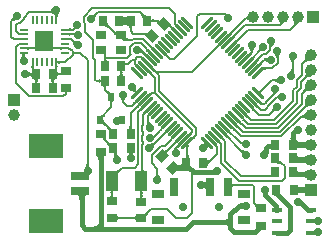
<source format=gtl>
G04*
G04 #@! TF.GenerationSoftware,Altium Limited,Altium Designer,19.0.10 (269)*
G04*
G04 Layer_Physical_Order=1*
G04 Layer_Color=255*
%FSLAX44Y44*%
%MOMM*%
G71*
G01*
G75*
%ADD10R,1.6000X1.8000*%
%ADD11O,0.7000X0.2489*%
%ADD12O,0.2489X0.7000*%
%ADD13R,0.8000X0.9000*%
%ADD14R,0.9000X0.8000*%
%ADD15R,0.6000X0.7000*%
%ADD16R,1.0000X1.8000*%
%ADD17R,0.9000X0.8000*%
%ADD18R,0.7000X0.9000*%
%ADD19R,0.9000X0.7000*%
%ADD20O,0.9500X0.3800*%
%ADD21R,0.9500X0.3800*%
%ADD22R,1.0000X0.8000*%
%ADD23R,0.7000X1.5000*%
G04:AMPARAMS|DCode=24|XSize=0.9mm|YSize=0.8mm|CornerRadius=0mm|HoleSize=0mm|Usage=FLASHONLY|Rotation=135.000|XOffset=0mm|YOffset=0mm|HoleType=Round|Shape=Rectangle|*
%AMROTATEDRECTD24*
4,1,4,0.6010,-0.0354,0.0354,-0.6010,-0.6010,0.0354,-0.0354,0.6010,0.6010,-0.0354,0.0*
%
%ADD24ROTATEDRECTD24*%

%ADD25R,3.0000X2.1000*%
%ADD26R,1.6000X0.8000*%
G04:AMPARAMS|DCode=27|XSize=0.25mm|YSize=1.4mm|CornerRadius=0mm|HoleSize=0mm|Usage=FLASHONLY|Rotation=135.000|XOffset=0mm|YOffset=0mm|HoleType=Round|Shape=Round|*
%AMOVALD27*
21,1,1.1500,0.2500,0.0000,0.0000,225.0*
1,1,0.2500,0.4066,0.4066*
1,1,0.2500,-0.4066,-0.4066*
%
%ADD27OVALD27*%

G04:AMPARAMS|DCode=28|XSize=0.25mm|YSize=1.4mm|CornerRadius=0mm|HoleSize=0mm|Usage=FLASHONLY|Rotation=45.000|XOffset=0mm|YOffset=0mm|HoleType=Round|Shape=Round|*
%AMOVALD28*
21,1,1.1500,0.2500,0.0000,0.0000,135.0*
1,1,0.2500,0.4066,-0.4066*
1,1,0.2500,-0.4066,0.4066*
%
%ADD28OVALD28*%

G04:AMPARAMS|DCode=29|XSize=0.9mm|YSize=0.8mm|CornerRadius=0mm|HoleSize=0mm|Usage=FLASHONLY|Rotation=225.000|XOffset=0mm|YOffset=0mm|HoleType=Round|Shape=Rectangle|*
%AMROTATEDRECTD29*
4,1,4,0.0354,0.6010,0.6010,0.0354,-0.0354,-0.6010,-0.6010,-0.0354,0.0354,0.6010,0.0*
%
%ADD29ROTATEDRECTD29*%

%ADD30C,0.2032*%
%ADD31C,0.1778*%
%ADD32C,0.3810*%
%ADD33C,0.5080*%
%ADD34R,1.0000X1.0000*%
%ADD35C,1.0000*%
%ADD36R,1.0000X1.0000*%
%ADD37C,0.7000*%
G36*
X769494Y-8347D02*
X773774Y-7432D01*
X773552Y-7782D01*
X773177Y-8463D01*
X773025Y-8793D01*
X772896Y-9116D01*
X772791Y-9433D01*
X772709Y-9743D01*
X772650Y-10046D01*
X772620Y-10304D01*
X772644Y-11547D01*
X770356D01*
X770397Y-11466D01*
X770434Y-11350D01*
X770466Y-11200D01*
X770494Y-11016D01*
X770531Y-10611D01*
X770508Y-10463D01*
X770428Y-10169D01*
X770317Y-9887D01*
X770174Y-9618D01*
X769999Y-9361D01*
X769793Y-9116D01*
X769555Y-8884D01*
X769312Y-8686D01*
X768410Y-8451D01*
X768090Y-8387D01*
X767167Y-8266D01*
X766871Y-8249D01*
X766582Y-8243D01*
X765329Y-6211D01*
X765659Y-6195D01*
X765964Y-6147D01*
X766243Y-6066D01*
X766496Y-5954D01*
X766723Y-5809D01*
X766925Y-5632D01*
X767100Y-5423D01*
X767250Y-5181D01*
X767374Y-4908D01*
X767473Y-4602D01*
X769494Y-8347D01*
D02*
G37*
G36*
X844950Y-8999D02*
X845701Y-9637D01*
X846032Y-9870D01*
X846334Y-10046D01*
X846607Y-10164D01*
X846850Y-10224D01*
X847064Y-10227D01*
X847249Y-10173D01*
X847404Y-10061D01*
X844561Y-12904D01*
X844673Y-12749D01*
X844727Y-12564D01*
X844724Y-12350D01*
X844664Y-12107D01*
X844546Y-11834D01*
X844370Y-11532D01*
X844137Y-11201D01*
X843847Y-10840D01*
X843094Y-10030D01*
X844530Y-8594D01*
X844950Y-8999D01*
D02*
G37*
G36*
X805277Y-10101D02*
X805067Y-10333D01*
X804883Y-10581D01*
X804725Y-10846D01*
X804592Y-11128D01*
X804486Y-11426D01*
X804405Y-11741D01*
X804350Y-12073D01*
X804322Y-12422D01*
X804319Y-12787D01*
X804342Y-13169D01*
X800604Y-10001D01*
X801004Y-9962D01*
X801384Y-9905D01*
X801744Y-9830D01*
X802085Y-9736D01*
X802406Y-9624D01*
X802708Y-9493D01*
X802989Y-9345D01*
X803251Y-9178D01*
X803494Y-8992D01*
X803717Y-8788D01*
X805277Y-10101D01*
D02*
G37*
G36*
X933535Y-13609D02*
X933502Y-13580D01*
X933440Y-13553D01*
X933350Y-13530D01*
X933231Y-13510D01*
X933084Y-13493D01*
X932471Y-13460D01*
X931920Y-13454D01*
Y-11422D01*
X932089Y-11419D01*
X932374Y-11399D01*
X932489Y-11382D01*
X932587Y-11359D01*
X932666Y-11332D01*
X932727Y-11299D01*
X932770Y-11262D01*
X932796Y-11219D01*
X932803Y-11171D01*
X933535Y-13609D01*
D02*
G37*
G36*
X830561Y-13969D02*
X830615Y-13974D01*
X831002Y-13984D01*
Y-16016D01*
X830615Y-16026D01*
X830561Y-16031D01*
Y-17032D01*
X830540Y-16839D01*
X830479Y-16666D01*
X830375Y-16514D01*
X830231Y-16382D01*
X830045Y-16270D01*
X829818Y-16178D01*
X829759Y-16163D01*
X829701Y-16178D01*
X829477Y-16270D01*
X829295Y-16382D01*
X829152Y-16514D01*
X829051Y-16666D01*
X828990Y-16839D01*
X828969Y-17032D01*
Y-16033D01*
X828890Y-16026D01*
X828499Y-16016D01*
Y-13984D01*
X828890Y-13974D01*
X828969Y-13967D01*
Y-12968D01*
X828990Y-13161D01*
X829051Y-13334D01*
X829152Y-13486D01*
X829295Y-13618D01*
X829477Y-13730D01*
X829701Y-13821D01*
X829759Y-13837D01*
X829818Y-13821D01*
X830045Y-13730D01*
X830231Y-13618D01*
X830375Y-13486D01*
X830479Y-13334D01*
X830540Y-13161D01*
X830561Y-12968D01*
Y-13969D01*
D02*
G37*
G36*
X738039Y-14000D02*
X737646Y-14007D01*
X737272Y-14036D01*
X736917Y-14088D01*
X736579Y-14162D01*
X736260Y-14258D01*
X735959Y-14376D01*
X735676Y-14517D01*
X735412Y-14679D01*
X735166Y-14864D01*
X734939Y-15072D01*
X733502Y-13635D01*
X733709Y-13407D01*
X733894Y-13161D01*
X734057Y-12897D01*
X734198Y-12615D01*
X734316Y-12314D01*
X734412Y-11995D01*
X734486Y-11657D01*
X734538Y-11301D01*
X734567Y-10927D01*
X734574Y-10535D01*
X738039Y-14000D01*
D02*
G37*
G36*
X852490Y-12661D02*
X852551Y-12834D01*
X852652Y-12986D01*
X852795Y-13118D01*
X852978Y-13230D01*
X853201Y-13321D01*
X853465Y-13392D01*
X853770Y-13443D01*
X854115Y-13474D01*
X854501Y-13484D01*
Y-15516D01*
X854115Y-15526D01*
X853770Y-15557D01*
X853465Y-15607D01*
X853201Y-15678D01*
X852978Y-15770D01*
X852795Y-15882D01*
X852652Y-16014D01*
X852551Y-16166D01*
X852490Y-16339D01*
X852469Y-16532D01*
Y-12468D01*
X852490Y-12661D01*
D02*
G37*
G36*
X857701Y-13992D02*
X858093Y-14321D01*
X858266Y-14440D01*
X858425Y-14530D01*
X858568Y-14589D01*
X858698Y-14617D01*
X858812Y-14615D01*
X858911Y-14584D01*
X858996Y-14521D01*
X856787Y-16731D01*
X856849Y-16646D01*
X856881Y-16547D01*
X856882Y-16432D01*
X856854Y-16303D01*
X856795Y-16160D01*
X856706Y-16001D01*
X856586Y-15827D01*
X856437Y-15639D01*
X856257Y-15436D01*
X856047Y-15218D01*
X857483Y-13782D01*
X857701Y-13992D01*
D02*
G37*
G36*
X826969Y-16750D02*
X826873Y-16610D01*
X826755Y-16486D01*
X826614Y-16376D01*
X826450Y-16280D01*
X826265Y-16200D01*
X826057Y-16133D01*
X825826Y-16082D01*
X825573Y-16045D01*
X825298Y-16023D01*
X825000Y-16016D01*
Y-13984D01*
X825298Y-13977D01*
X825573Y-13955D01*
X825826Y-13918D01*
X826057Y-13866D01*
X826265Y-13800D01*
X826451Y-13720D01*
X826614Y-13624D01*
X826755Y-13514D01*
X826873Y-13390D01*
X826969Y-13250D01*
X826969Y-16750D01*
D02*
G37*
G36*
X963720Y-15973D02*
X963586Y-15999D01*
X963467Y-16050D01*
X963361Y-16124D01*
X963270Y-16222D01*
X963192Y-16344D01*
X963129Y-16489D01*
X963079Y-16659D01*
X963044Y-16852D01*
X963023Y-17069D01*
X963016Y-17310D01*
X960984D01*
X960978Y-16968D01*
X960934Y-16370D01*
X960894Y-16112D01*
X960844Y-15883D01*
X960782Y-15682D01*
X960709Y-15509D01*
X960625Y-15364D01*
X960529Y-15247D01*
X960423Y-15158D01*
X963720Y-15973D01*
D02*
G37*
G36*
X978618Y-15197D02*
X978081Y-15551D01*
X975659Y-17349D01*
X975227Y-17714D01*
X974035Y-18818D01*
X972136Y-17844D01*
X972429Y-17514D01*
X972655Y-17178D01*
X972816Y-16835D01*
X972910Y-16484D01*
X972938Y-16126D01*
X972900Y-15762D01*
X972795Y-15390D01*
X972625Y-15011D01*
X972388Y-14625D01*
X972085Y-14232D01*
X978618Y-15197D01*
D02*
G37*
G36*
X814877Y-16276D02*
X814837Y-16481D01*
X814850Y-16709D01*
X814915Y-16960D01*
X815032Y-17236D01*
X815202Y-17535D01*
X815424Y-17858D01*
X815699Y-18205D01*
X816027Y-18575D01*
X816406Y-18970D01*
X815470Y-20906D01*
X815030Y-20482D01*
X814253Y-19819D01*
X813915Y-19582D01*
X813611Y-19407D01*
X813341Y-19295D01*
X813104Y-19245D01*
X812901Y-19257D01*
X812731Y-19332D01*
X812596Y-19469D01*
X814969Y-16096D01*
X814877Y-16276D01*
D02*
G37*
G36*
X836339Y-18960D02*
X836166Y-19022D01*
X836014Y-19125D01*
X835882Y-19269D01*
X835770Y-19455D01*
X835679Y-19682D01*
X835607Y-19950D01*
X835557Y-20259D01*
X835526Y-20610D01*
X835516Y-21002D01*
X833484D01*
X833474Y-20610D01*
X833443Y-20259D01*
X833393Y-19950D01*
X833321Y-19682D01*
X833230Y-19455D01*
X833118Y-19269D01*
X832986Y-19125D01*
X832834Y-19022D01*
X832661Y-18960D01*
X832468Y-18939D01*
X836532D01*
X836339Y-18960D01*
D02*
G37*
G36*
X868441Y-17704D02*
X868448Y-17783D01*
X868488Y-17887D01*
X868561Y-18015D01*
X868667Y-18168D01*
X868806Y-18345D01*
X869181Y-18771D01*
X870381Y-19836D01*
X870440Y-19859D01*
X868815Y-21484D01*
X868792Y-21425D01*
X868741Y-21342D01*
X868662Y-21235D01*
X868421Y-20949D01*
X867935Y-20436D01*
X867703Y-20241D01*
X867449Y-20059D01*
X867209Y-19920D01*
X866984Y-19824D01*
X866774Y-19772D01*
X866578Y-19763D01*
X866397Y-19797D01*
X866230Y-19875D01*
X866078Y-19995D01*
X868467Y-17649D01*
X868441Y-17704D01*
D02*
G37*
G36*
X782010Y-20881D02*
X782104Y-20903D01*
X782234Y-20922D01*
X782605Y-20953D01*
X783789Y-20984D01*
X784177Y-20985D01*
Y-23017D01*
X783789Y-23018D01*
X782010Y-23120D01*
X781954Y-23144D01*
Y-20857D01*
X782010Y-20881D01*
D02*
G37*
G36*
X920326Y-25469D02*
X920052Y-25745D01*
X918865Y-27081D01*
X918842Y-27140D01*
X917217Y-25516D01*
X917276Y-25493D01*
X917359Y-25442D01*
X917466Y-25363D01*
X917753Y-25122D01*
X918613Y-24306D01*
X918889Y-24032D01*
X920326Y-25469D01*
D02*
G37*
G36*
X782010Y-24881D02*
X782104Y-24903D01*
X782234Y-24922D01*
X782605Y-24953D01*
X783789Y-24983D01*
X784177Y-24985D01*
Y-27017D01*
X783789Y-27018D01*
X782010Y-27120D01*
X781954Y-27144D01*
Y-24857D01*
X782010Y-24881D01*
D02*
G37*
G36*
X820178Y-22731D02*
X820276Y-22797D01*
X820387Y-22856D01*
X820511Y-22907D01*
X820648Y-22950D01*
X820798Y-22985D01*
X820962Y-23012D01*
X821138Y-23032D01*
X821531Y-23047D01*
X821561Y-28404D01*
X821545Y-28121D01*
X821500Y-27837D01*
X821425Y-27552D01*
X821322Y-27265D01*
X821190Y-26978D01*
X821029Y-26691D01*
X820839Y-26402D01*
X820619Y-26112D01*
X820371Y-25822D01*
X820094Y-25531D01*
Y-22657D01*
X820178Y-22731D01*
D02*
G37*
G36*
X923154Y-28298D02*
X922880Y-28573D01*
X921694Y-29910D01*
X921671Y-29969D01*
X920046Y-28344D01*
X920105Y-28321D01*
X920188Y-28270D01*
X920295Y-28191D01*
X920581Y-27950D01*
X921442Y-27134D01*
X921717Y-26861D01*
X923154Y-28298D01*
D02*
G37*
G36*
X782009Y-28881D02*
X782097Y-28903D01*
X782218Y-28922D01*
X782561Y-28953D01*
X783324Y-28980D01*
X783999Y-28985D01*
Y-31017D01*
X783645Y-31018D01*
X782009Y-31120D01*
X781954Y-31144D01*
Y-28857D01*
X782009Y-28881D01*
D02*
G37*
G36*
X741046Y-31144D02*
X740990Y-31120D01*
X740896Y-31098D01*
X740766Y-31079D01*
X740395Y-31049D01*
X739211Y-31018D01*
X738823Y-31017D01*
Y-28985D01*
X739211Y-28984D01*
X740990Y-28881D01*
X741046Y-28857D01*
Y-31144D01*
D02*
G37*
G36*
X830490Y-28630D02*
X830551Y-28802D01*
X830652Y-28955D01*
X830795Y-29087D01*
X830977Y-29199D01*
X831201Y-29290D01*
X831465Y-29361D01*
X831770Y-29412D01*
X832115Y-29443D01*
X832502Y-29453D01*
Y-31485D01*
X832115Y-31480D01*
X831201Y-31405D01*
X830977Y-31360D01*
X830795Y-31305D01*
X830652Y-31240D01*
X830551Y-31166D01*
X830490Y-31081D01*
X830470Y-30986D01*
Y-28437D01*
X830490Y-28630D01*
D02*
G37*
G36*
X925982Y-31126D02*
X925709Y-31401D01*
X924522Y-32738D01*
X924499Y-32797D01*
X922874Y-31173D01*
X922933Y-31149D01*
X923016Y-31098D01*
X923123Y-31019D01*
X923409Y-30779D01*
X924270Y-29963D01*
X924546Y-29689D01*
X925982Y-31126D01*
D02*
G37*
G36*
X786591Y-31135D02*
X786837Y-31321D01*
X787101Y-31483D01*
X787384Y-31624D01*
X787684Y-31742D01*
X788004Y-31838D01*
X788341Y-31912D01*
X788697Y-31964D01*
X789071Y-31993D01*
X789463Y-32000D01*
X785999Y-35465D01*
X785992Y-35073D01*
X785962Y-34698D01*
X785911Y-34343D01*
X785837Y-34005D01*
X785741Y-33686D01*
X785622Y-33385D01*
X785482Y-33103D01*
X785319Y-32838D01*
X785134Y-32593D01*
X784927Y-32365D01*
X786364Y-30928D01*
X786591Y-31135D01*
D02*
G37*
G36*
X910037Y-35945D02*
X909978Y-35968D01*
X909896Y-36019D01*
X909789Y-36098D01*
X909502Y-36339D01*
X908642Y-37155D01*
X908366Y-37429D01*
X906929Y-35992D01*
X907203Y-35716D01*
X908390Y-34379D01*
X908413Y-34320D01*
X910037Y-35945D01*
D02*
G37*
G36*
X953175Y-37544D02*
X951738Y-36107D01*
X951845Y-35986D01*
X951922Y-35867D01*
X951971Y-35749D01*
X951990Y-35632D01*
X951979Y-35517D01*
X951940Y-35403D01*
X951871Y-35291D01*
X951773Y-35180D01*
X951646Y-35070D01*
X951489Y-34961D01*
X955694Y-34604D01*
X953175Y-37544D01*
D02*
G37*
G36*
X852073Y-35619D02*
X853410Y-36806D01*
X853469Y-36830D01*
X851844Y-38454D01*
X851821Y-38395D01*
X851770Y-38312D01*
X851691Y-38205D01*
X851450Y-37919D01*
X850634Y-37058D01*
X850361Y-36783D01*
X851798Y-35346D01*
X852073Y-35619D01*
D02*
G37*
G36*
X776496Y-39144D02*
X776439Y-39120D01*
X776346Y-39098D01*
X776215Y-39079D01*
X775844Y-39049D01*
X774660Y-39018D01*
X774272Y-39017D01*
Y-36985D01*
X774660Y-36983D01*
X776439Y-36881D01*
X776496Y-36857D01*
Y-39144D01*
D02*
G37*
G36*
X746561Y-36881D02*
X746655Y-36903D01*
X746785Y-36922D01*
X747156Y-36953D01*
X748340Y-36983D01*
X748728Y-36985D01*
Y-39017D01*
X748340Y-39018D01*
X746561Y-39120D01*
X746505Y-39144D01*
Y-36857D01*
X746561Y-36881D01*
D02*
G37*
G36*
X939177Y-38002D02*
X938933Y-38287D01*
X938718Y-38576D01*
X938532Y-38867D01*
X938374Y-39160D01*
X938245Y-39457D01*
X938145Y-39756D01*
X938073Y-40058D01*
X938030Y-40362D01*
X938016Y-40670D01*
X935984Y-40671D01*
X935970Y-40363D01*
X935927Y-40059D01*
X935855Y-39757D01*
X935754Y-39458D01*
X935625Y-39162D01*
X935468Y-38868D01*
X935281Y-38577D01*
X935066Y-38289D01*
X934822Y-38004D01*
X934549Y-37722D01*
X939449Y-37719D01*
X939177Y-38002D01*
D02*
G37*
G36*
X849245Y-38448D02*
X850582Y-39635D01*
X850640Y-39658D01*
X849016Y-41283D01*
X848993Y-41224D01*
X848942Y-41141D01*
X848863Y-41034D01*
X848622Y-40747D01*
X847806Y-39887D01*
X847532Y-39611D01*
X848969Y-38175D01*
X849245Y-38448D01*
D02*
G37*
G36*
X843084Y-37820D02*
X843428Y-38264D01*
X843905Y-38816D01*
X845679Y-40667D01*
X844638Y-42501D01*
X844389Y-42274D01*
X844142Y-42091D01*
X843896Y-41952D01*
X843650Y-41858D01*
X843406Y-41808D01*
X843163Y-41802D01*
X842921Y-41840D01*
X842680Y-41922D01*
X842440Y-42049D01*
X842201Y-42220D01*
X842962Y-37638D01*
X843084Y-37820D01*
D02*
G37*
G36*
X937296Y-42440D02*
X937023Y-42715D01*
X935836Y-44052D01*
X935813Y-44111D01*
X934188Y-42486D01*
X934247Y-42463D01*
X934330Y-42412D01*
X934437Y-42333D01*
X934723Y-42092D01*
X935584Y-41276D01*
X935859Y-41003D01*
X937296Y-42440D01*
D02*
G37*
G36*
X846260Y-41245D02*
X847483Y-42317D01*
X847613Y-42401D01*
X847723Y-42457D01*
X847812Y-42486D01*
X846187Y-44111D01*
X846170Y-44082D01*
X846124Y-44026D01*
X845948Y-43832D01*
X844735Y-42598D01*
X845983Y-40971D01*
X846260Y-41245D01*
D02*
G37*
G36*
X813969Y-43486D02*
X813999Y-44842D01*
X811967D01*
X811964Y-44580D01*
X811913Y-43957D01*
X811882Y-43805D01*
X811845Y-43680D01*
X811801Y-43582D01*
X811749Y-43513D01*
X811692Y-43470D01*
X811627Y-43456D01*
X813969Y-43486D01*
D02*
G37*
G36*
X865125Y-42865D02*
X865176Y-42948D01*
X865255Y-43055D01*
X865496Y-43341D01*
X866312Y-44202D01*
X866585Y-44477D01*
X865149Y-45914D01*
X864873Y-45640D01*
X863536Y-44454D01*
X863477Y-44430D01*
X865102Y-42806D01*
X865125Y-42865D01*
D02*
G37*
G36*
X961050Y-42942D02*
X960647Y-43593D01*
X960484Y-43912D01*
X960345Y-44228D01*
X960232Y-44539D01*
X960144Y-44847D01*
X960080Y-45151D01*
X960043Y-45451D01*
X960030Y-45747D01*
X957998Y-46064D01*
X957983Y-45748D01*
X957936Y-45442D01*
X957858Y-45145D01*
X957749Y-44858D01*
X957609Y-44580D01*
X957438Y-44311D01*
X957236Y-44053D01*
X957003Y-43803D01*
X956739Y-43564D01*
X956443Y-43333D01*
X961290Y-42611D01*
X961050Y-42942D01*
D02*
G37*
G36*
X744802Y-43208D02*
X745807D01*
X745614Y-43229D01*
X745442Y-43291D01*
X745289Y-43394D01*
X745157Y-43538D01*
X745045Y-43724D01*
X744954Y-43951D01*
X744948Y-43972D01*
X745030Y-44202D01*
X745165Y-44491D01*
X745329Y-44774D01*
X745523Y-45051D01*
X745747Y-45323D01*
X746001Y-45589D01*
X746284Y-45849D01*
X741394Y-46162D01*
X741654Y-45858D01*
X741886Y-45554D01*
X742090Y-45250D01*
X742268Y-44946D01*
X742418Y-44643D01*
X742541Y-44339D01*
X742627Y-44065D01*
X742597Y-43951D01*
X742505Y-43724D01*
X742394Y-43538D01*
X742262Y-43394D01*
X742109Y-43291D01*
X741936Y-43229D01*
X741743Y-43208D01*
X742756D01*
X742759Y-43127D01*
X744791Y-42991D01*
X744802Y-43208D01*
D02*
G37*
G36*
X940125Y-45268D02*
X939851Y-45543D01*
X938664Y-46880D01*
X938641Y-46939D01*
X937017Y-45315D01*
X937075Y-45292D01*
X937158Y-45241D01*
X937265Y-45162D01*
X937551Y-44921D01*
X938412Y-44105D01*
X938688Y-43831D01*
X940125Y-45268D01*
D02*
G37*
G36*
X814009Y-47122D02*
X814040Y-47472D01*
X814091Y-47782D01*
X814162Y-48050D01*
X814253Y-48277D01*
X814365Y-48462D01*
X814497Y-48607D01*
X814650Y-48710D01*
X814822Y-48772D01*
X815015Y-48792D01*
X810951D01*
X811144Y-48772D01*
X811317Y-48710D01*
X811469Y-48607D01*
X811601Y-48462D01*
X811713Y-48277D01*
X811805Y-48050D01*
X811876Y-47782D01*
X811927Y-47472D01*
X811957Y-47122D01*
X811967Y-46730D01*
X813999D01*
X814009Y-47122D01*
D02*
G37*
G36*
X973678Y-46782D02*
X973434Y-47067D01*
X973219Y-47355D01*
X973032Y-47646D01*
X972875Y-47940D01*
X972745Y-48236D01*
X972645Y-48535D01*
X972573Y-48837D01*
X972530Y-49142D01*
X972516Y-49449D01*
X970484D01*
X970470Y-49142D01*
X970427Y-48837D01*
X970355Y-48535D01*
X970255Y-48236D01*
X970126Y-47940D01*
X969968Y-47646D01*
X969781Y-47355D01*
X969566Y-47067D01*
X969322Y-46782D01*
X969050Y-46500D01*
X973950D01*
X973678Y-46782D01*
D02*
G37*
G36*
X949926Y-49677D02*
X949792Y-49461D01*
X949640Y-49267D01*
X949469Y-49096D01*
X949279Y-48948D01*
X949071Y-48823D01*
X948843Y-48721D01*
X948597Y-48641D01*
X948333Y-48584D01*
X948049Y-48550D01*
X947747Y-48538D01*
Y-46506D01*
X948102Y-46497D01*
X948439Y-46468D01*
X948758Y-46421D01*
X949059Y-46354D01*
X949343Y-46268D01*
X949608Y-46164D01*
X949856Y-46040D01*
X950087Y-45897D01*
X950299Y-45735D01*
X950494Y-45554D01*
X949926Y-49677D01*
D02*
G37*
G36*
X987424Y-48182D02*
X986726Y-48253D01*
X985471Y-48452D01*
X984914Y-48580D01*
X984404Y-48727D01*
X983941Y-48894D01*
X983525Y-49079D01*
X983155Y-49283D01*
X982833Y-49507D01*
X982557Y-49750D01*
X980981Y-48452D01*
X981243Y-48154D01*
X981470Y-47816D01*
X981662Y-47440D01*
X981819Y-47025D01*
X981941Y-46571D01*
X982028Y-46079D01*
X982081Y-45548D01*
X982098Y-44979D01*
X982080Y-44370D01*
X982028Y-43723D01*
X987424Y-48182D01*
D02*
G37*
G36*
X942978Y-47741D02*
X942715Y-48009D01*
X941911Y-48937D01*
X941773Y-49133D01*
X941659Y-49313D01*
X941571Y-49479D01*
X941508Y-49631D01*
X941469Y-49768D01*
X939845Y-48143D01*
X939831Y-48129D01*
X939863Y-48074D01*
X939939Y-47976D01*
X940224Y-47656D01*
X941720Y-46125D01*
X942978Y-47741D01*
D02*
G37*
G36*
X772728Y-47886D02*
X772790Y-48059D01*
X772893Y-48211D01*
X773037Y-48344D01*
X773223Y-48455D01*
X773450Y-48547D01*
X773718Y-48618D01*
X774027Y-48669D01*
X774378Y-48699D01*
X774770Y-48709D01*
Y-50741D01*
X774378Y-50752D01*
X774027Y-50782D01*
X773718Y-50833D01*
X773450Y-50904D01*
X773223Y-50995D01*
X773037Y-51107D01*
X772893Y-51239D01*
X772790Y-51392D01*
X772728Y-51564D01*
X772707Y-51757D01*
Y-47693D01*
X772728Y-47886D01*
D02*
G37*
G36*
X945781Y-50925D02*
X945508Y-51200D01*
X944321Y-52537D01*
X944298Y-52596D01*
X942673Y-50972D01*
X942732Y-50948D01*
X942815Y-50897D01*
X942922Y-50819D01*
X943208Y-50578D01*
X944069Y-49762D01*
X944345Y-49488D01*
X945781Y-50925D01*
D02*
G37*
G36*
X830488Y-49420D02*
X830545Y-49568D01*
X830639Y-49699D01*
X830772Y-49812D01*
X830942Y-49908D01*
X831149Y-49987D01*
X831395Y-50048D01*
X831678Y-50091D01*
X831999Y-50118D01*
X832358Y-50126D01*
Y-52158D01*
X831999Y-52167D01*
X831678Y-52193D01*
X831395Y-52237D01*
X831149Y-52298D01*
X830942Y-52376D01*
X830772Y-52472D01*
X830639Y-52586D01*
X830545Y-52716D01*
X830488Y-52865D01*
X830470Y-53031D01*
Y-49254D01*
X830488Y-49420D01*
D02*
G37*
G36*
X772619Y-52511D02*
X772598Y-52604D01*
X772579Y-52735D01*
X772548Y-53106D01*
X772517Y-54290D01*
X772516Y-54678D01*
X772483D01*
X772469Y-55256D01*
X769468Y-55286D01*
X769661Y-55264D01*
X769834Y-55201D01*
X769986Y-55096D01*
X770118Y-54951D01*
X770230Y-54766D01*
X770321Y-54539D01*
X770393Y-54271D01*
X770443Y-53963D01*
X770456Y-53821D01*
X770381Y-52511D01*
X770356Y-52455D01*
X772644D01*
X772619Y-52511D01*
D02*
G37*
G36*
X752619D02*
X752598Y-52604D01*
X752579Y-52735D01*
X752548Y-53106D01*
X752533Y-53690D01*
X752557Y-53963D01*
X752607Y-54271D01*
X752679Y-54539D01*
X752770Y-54766D01*
X752882Y-54951D01*
X753014Y-55096D01*
X753166Y-55201D01*
X753339Y-55264D01*
X753532Y-55286D01*
X750530Y-55256D01*
X750517Y-54678D01*
X750484D01*
X750483Y-54290D01*
X750381Y-52511D01*
X750356Y-52455D01*
X752644D01*
X752619Y-52511D01*
D02*
G37*
G36*
X946512Y-53825D02*
X946606Y-53848D01*
X946738Y-53868D01*
X947111Y-53900D01*
X948296Y-53931D01*
X948684Y-53933D01*
X948752Y-55965D01*
X948213Y-55975D01*
X947289Y-56054D01*
X946904Y-56124D01*
X946571Y-56213D01*
X946290Y-56323D01*
X946061Y-56452D01*
X945883Y-56601D01*
X945757Y-56770D01*
X945683Y-56959D01*
X946453Y-53800D01*
X946512Y-53825D01*
D02*
G37*
G36*
X853806Y-54148D02*
X853851Y-54204D01*
X854028Y-54398D01*
X855240Y-55633D01*
X855044Y-55889D01*
X855297Y-56147D01*
X854039Y-57762D01*
X852164Y-55744D01*
X853788Y-54120D01*
X853806Y-54148D01*
D02*
G37*
G36*
X775031Y-61469D02*
X775010Y-61331D01*
X774949Y-61207D01*
X774848Y-61098D01*
X774705Y-61003D01*
X774522Y-60923D01*
X774299Y-60858D01*
X774035Y-60807D01*
X773798Y-60779D01*
X773759Y-60782D01*
X773450Y-60833D01*
X773182Y-60904D01*
X772955Y-60995D01*
X772769Y-61107D01*
X772625Y-61239D01*
X772522Y-61392D01*
X772460Y-61564D01*
X772439Y-61757D01*
Y-57693D01*
X772460Y-57886D01*
X772522Y-58059D01*
X772625Y-58212D01*
X772769Y-58344D01*
X772955Y-58455D01*
X773182Y-58547D01*
X773450Y-58618D01*
X773749Y-58667D01*
X774047Y-58618D01*
X774315Y-58547D01*
X774541Y-58455D01*
X774727Y-58344D01*
X774872Y-58212D01*
X774976Y-58059D01*
X775039Y-57886D01*
X775061Y-57693D01*
X775031Y-61469D01*
D02*
G37*
G36*
X972516Y-56461D02*
X972525Y-56730D01*
X972552Y-57013D01*
X972598Y-57310D01*
X972744Y-57944D01*
X972844Y-58282D01*
X973100Y-58998D01*
X973428Y-59769D01*
X968854Y-58011D01*
X969164Y-57861D01*
X969441Y-57691D01*
X969685Y-57501D01*
X969897Y-57292D01*
X970077Y-57064D01*
X970223Y-56816D01*
X970337Y-56549D01*
X970419Y-56263D01*
X970468Y-55957D01*
X970484Y-55632D01*
X972516Y-56461D01*
D02*
G37*
G36*
X850983Y-57007D02*
X851034Y-57090D01*
X851113Y-57197D01*
X851354Y-57483D01*
X852170Y-58344D01*
X852443Y-58619D01*
X851006Y-60056D01*
X850731Y-59783D01*
X849394Y-58596D01*
X849335Y-58573D01*
X850960Y-56948D01*
X850983Y-57007D01*
D02*
G37*
G36*
X828339Y-57691D02*
X828166Y-57753D01*
X828014Y-57856D01*
X827882Y-58000D01*
X827770Y-58186D01*
X827679Y-58413D01*
X827607Y-58681D01*
X827557Y-58990D01*
X827526Y-59341D01*
X827526Y-59362D01*
X827526Y-59384D01*
X827557Y-59734D01*
X827607Y-60044D01*
X827679Y-60312D01*
X827770Y-60539D01*
X827882Y-60724D01*
X828014Y-60869D01*
X828166Y-60972D01*
X828339Y-61034D01*
X828532Y-61054D01*
X824468D01*
X824661Y-61034D01*
X824834Y-60972D01*
X824986Y-60869D01*
X825118Y-60724D01*
X825230Y-60539D01*
X825322Y-60312D01*
X825393Y-60044D01*
X825443Y-59734D01*
X825474Y-59384D01*
X825474Y-59362D01*
X825474Y-59341D01*
X825443Y-58990D01*
X825393Y-58681D01*
X825322Y-58413D01*
X825230Y-58186D01*
X825118Y-58000D01*
X824986Y-57856D01*
X824834Y-57753D01*
X824661Y-57691D01*
X824468Y-57670D01*
X828532D01*
X828339Y-57691D01*
D02*
G37*
G36*
X748631Y-57899D02*
X748826Y-58174D01*
X749036Y-58417D01*
X749263Y-58627D01*
X749505Y-58805D01*
X749764Y-58951D01*
X749899Y-59006D01*
X750023Y-58955D01*
X750205Y-58844D01*
X750348Y-58712D01*
X750449Y-58559D01*
X750510Y-58386D01*
X750530Y-58193D01*
Y-59177D01*
X750635Y-59193D01*
X750957Y-59209D01*
X750530Y-60566D01*
Y-62257D01*
X750510Y-62064D01*
X750449Y-61892D01*
X750348Y-61739D01*
X750205Y-61607D01*
X750023Y-61495D01*
X749799Y-61404D01*
X749535Y-61333D01*
X749498Y-61327D01*
X749446Y-61336D01*
X749135Y-61409D01*
X748813Y-61503D01*
X748140Y-61754D01*
X747788Y-61911D01*
X747052Y-62287D01*
X748452Y-57592D01*
X748631Y-57899D01*
D02*
G37*
G36*
X988416Y-60695D02*
X987677Y-60921D01*
X985284Y-61799D01*
X984827Y-62013D01*
X984082Y-62434D01*
X983794Y-62641D01*
X983563Y-62845D01*
X981674Y-61860D01*
X981949Y-61546D01*
X982176Y-61203D01*
X982353Y-60831D01*
X982482Y-60430D01*
X982562Y-60000D01*
X982594Y-59540D01*
X982577Y-59052D01*
X982511Y-58534D01*
X982397Y-57988D01*
X982234Y-57412D01*
X988416Y-60695D01*
D02*
G37*
G36*
X770339Y-64185D02*
X770166Y-64247D01*
X770014Y-64350D01*
X769882Y-64494D01*
X769770Y-64680D01*
X769678Y-64907D01*
X769607Y-65175D01*
X769559Y-65472D01*
X769607Y-65768D01*
X769678Y-66036D01*
X769770Y-66263D01*
X769882Y-66449D01*
X770014Y-66593D01*
X770166Y-66696D01*
X770339Y-66758D01*
X770532Y-66779D01*
X766468D01*
X766661Y-66758D01*
X766834Y-66696D01*
X766986Y-66593D01*
X767118Y-66449D01*
X767230Y-66263D01*
X767321Y-66036D01*
X767393Y-65768D01*
X767441Y-65472D01*
X767393Y-65175D01*
X767321Y-64907D01*
X767230Y-64680D01*
X767118Y-64494D01*
X766986Y-64350D01*
X766834Y-64247D01*
X766661Y-64185D01*
X766468Y-64164D01*
X770532D01*
X770339Y-64185D01*
D02*
G37*
G36*
X756339D02*
X756166Y-64247D01*
X756014Y-64350D01*
X755882Y-64494D01*
X755770Y-64680D01*
X755678Y-64907D01*
X755607Y-65175D01*
X755559Y-65472D01*
X755607Y-65768D01*
X755678Y-66036D01*
X755770Y-66263D01*
X755882Y-66449D01*
X756014Y-66593D01*
X756166Y-66696D01*
X756339Y-66758D01*
X756532Y-66779D01*
X752468D01*
X752661Y-66758D01*
X752834Y-66696D01*
X752986Y-66593D01*
X753118Y-66449D01*
X753230Y-66263D01*
X753321Y-66036D01*
X753392Y-65768D01*
X753441Y-65472D01*
X753392Y-65175D01*
X753321Y-64907D01*
X753230Y-64680D01*
X753118Y-64494D01*
X752986Y-64350D01*
X752834Y-64247D01*
X752661Y-64185D01*
X752468Y-64164D01*
X756532D01*
X756339Y-64185D01*
D02*
G37*
G36*
X959501Y-67450D02*
X959218Y-67178D01*
X958933Y-66934D01*
X958645Y-66719D01*
X958354Y-66532D01*
X958060Y-66375D01*
X957764Y-66245D01*
X957465Y-66145D01*
X957163Y-66073D01*
X956858Y-66030D01*
X956551Y-66016D01*
Y-63984D01*
X956858Y-63970D01*
X957163Y-63927D01*
X957465Y-63855D01*
X957764Y-63755D01*
X958060Y-63625D01*
X958354Y-63468D01*
X958645Y-63281D01*
X958933Y-63066D01*
X959218Y-62822D01*
X959501Y-62550D01*
Y-67450D01*
D02*
G37*
G36*
X808531Y-67525D02*
X808510Y-67332D01*
X808449Y-67160D01*
X808348Y-67007D01*
X808205Y-66875D01*
X808023Y-66763D01*
X807799Y-66672D01*
X807535Y-66601D01*
X807230Y-66550D01*
X806885Y-66519D01*
X806498Y-66509D01*
Y-64477D01*
X806885Y-64467D01*
X807230Y-64437D01*
X807535Y-64386D01*
X807799Y-64315D01*
X808023Y-64223D01*
X808205Y-64111D01*
X808348Y-63980D01*
X808449Y-63827D01*
X808510Y-63654D01*
X808531Y-63461D01*
Y-67525D01*
D02*
G37*
G36*
X813730Y-69797D02*
X813748Y-69826D01*
X813755Y-69851D01*
X813751Y-69872D01*
X813736Y-69891D01*
X813711Y-69906D01*
X813676Y-69917D01*
X813630Y-69926D01*
X813573Y-69931D01*
X813537Y-69932D01*
X812266Y-71202D01*
X812029Y-70961D01*
X811419Y-70250D01*
X811352Y-70135D01*
X811318Y-70047D01*
X811318Y-69983D01*
X811352Y-69945D01*
X811420Y-69932D01*
X813505D01*
X813537Y-69932D01*
X813702Y-69766D01*
X813730Y-69797D01*
D02*
G37*
G36*
X986950Y-73600D02*
X986276Y-73607D01*
X985056Y-73702D01*
X984510Y-73791D01*
X984007Y-73908D01*
X983547Y-74052D01*
X983130Y-74223D01*
X982756Y-74422D01*
X982424Y-74648D01*
X982135Y-74901D01*
X980698Y-73465D01*
X980952Y-73176D01*
X981178Y-72844D01*
X981377Y-72470D01*
X981548Y-72053D01*
X981692Y-71593D01*
X981809Y-71090D01*
X981898Y-70544D01*
X981959Y-69956D01*
X982000Y-68650D01*
X986950Y-73600D01*
D02*
G37*
G36*
X944972Y-75255D02*
X944975Y-75652D01*
X945083Y-77254D01*
X945117Y-77392D01*
X945155Y-77492D01*
X945198Y-77556D01*
X942672Y-75030D01*
X942723Y-75078D01*
X942769Y-75115D01*
X942809Y-75141D01*
X942844Y-75156D01*
X942873Y-75159D01*
X942897Y-75151D01*
X942916Y-75132D01*
X942930Y-75102D01*
X942938Y-75061D01*
X942940Y-75009D01*
X944972Y-75255D01*
D02*
G37*
G36*
X838963Y-71698D02*
X838967Y-72063D01*
X838996Y-72412D01*
X839051Y-72744D01*
X839132Y-73060D01*
X839239Y-73358D01*
X839371Y-73640D01*
X839401Y-73689D01*
X839539Y-73769D01*
X839764Y-73865D01*
X839974Y-73917D01*
X840170Y-73926D01*
X840351Y-73891D01*
X840517Y-73813D01*
X840667Y-73691D01*
X837794Y-76564D01*
X837916Y-76413D01*
X837994Y-76248D01*
X838029Y-76067D01*
X838020Y-75871D01*
X837968Y-75661D01*
X837872Y-75436D01*
X837740Y-75209D01*
X837639Y-75144D01*
X837358Y-74996D01*
X837056Y-74866D01*
X836735Y-74754D01*
X836394Y-74661D01*
X836034Y-74586D01*
X835654Y-74529D01*
X835254Y-74491D01*
X838986Y-71315D01*
X838963Y-71698D01*
D02*
G37*
G36*
X815346Y-73895D02*
X816714Y-75052D01*
X817093Y-75304D01*
X817432Y-75489D01*
X817734Y-75608D01*
X817996Y-75659D01*
X818219Y-75643D01*
X818404Y-75561D01*
X815061Y-77904D01*
X815195Y-77771D01*
X815267Y-77604D01*
X815276Y-77402D01*
X815223Y-77166D01*
X815107Y-76896D01*
X814930Y-76592D01*
X814689Y-76253D01*
X814387Y-75880D01*
X813594Y-75030D01*
X814812Y-73375D01*
X815346Y-73895D01*
D02*
G37*
G36*
X852443Y-76381D02*
X852170Y-76656D01*
X850983Y-77993D01*
X850960Y-78052D01*
X849335Y-76427D01*
X849394Y-76404D01*
X849477Y-76353D01*
X849584Y-76274D01*
X849870Y-76033D01*
X850731Y-75217D01*
X851006Y-74944D01*
X852443Y-76381D01*
D02*
G37*
G36*
X959702Y-80176D02*
X959679Y-80145D01*
X959635Y-80118D01*
X959568Y-80094D01*
X959480Y-80073D01*
X959370Y-80056D01*
X959084Y-80030D01*
X958710Y-80017D01*
X958490Y-80016D01*
Y-77984D01*
X958710Y-77982D01*
X959480Y-77926D01*
X959568Y-77906D01*
X959635Y-77881D01*
X959679Y-77854D01*
X959702Y-77824D01*
Y-80176D01*
D02*
G37*
G36*
X830178Y-79782D02*
X829934Y-80067D01*
X829719Y-80355D01*
X829532Y-80646D01*
X829374Y-80940D01*
X829245Y-81236D01*
X829145Y-81535D01*
X829073Y-81837D01*
X829030Y-82142D01*
X829016Y-82449D01*
X826984D01*
X826970Y-82142D01*
X826927Y-81837D01*
X826855Y-81535D01*
X826755Y-81236D01*
X826626Y-80940D01*
X826468Y-80646D01*
X826281Y-80355D01*
X826066Y-80067D01*
X825823Y-79782D01*
X825550Y-79500D01*
X830450D01*
X830178Y-79782D01*
D02*
G37*
G36*
X819839Y-82490D02*
X819666Y-82551D01*
X819514Y-82652D01*
X819382Y-82795D01*
X819270Y-82978D01*
X819178Y-83201D01*
X819107Y-83465D01*
X819057Y-83770D01*
X819026Y-84115D01*
X819016Y-84501D01*
X816984D01*
X816974Y-84115D01*
X816943Y-83770D01*
X816892Y-83465D01*
X816821Y-83201D01*
X816730Y-82978D01*
X816618Y-82795D01*
X816486Y-82652D01*
X816334Y-82551D01*
X816161Y-82490D01*
X815968Y-82470D01*
X820032D01*
X819839Y-82490D01*
D02*
G37*
G36*
X839327Y-84028D02*
X839268Y-84052D01*
X839185Y-84103D01*
X839078Y-84181D01*
X838792Y-84423D01*
X837931Y-85238D01*
X837655Y-85512D01*
X836219Y-84075D01*
X836492Y-83800D01*
X837679Y-82463D01*
X837702Y-82404D01*
X839327Y-84028D01*
D02*
G37*
G36*
X944321Y-82463D02*
X944372Y-82546D01*
X944451Y-82653D01*
X944692Y-82939D01*
X945508Y-83800D01*
X945781Y-84075D01*
X944345Y-85512D01*
X944069Y-85238D01*
X942732Y-84052D01*
X942673Y-84028D01*
X944298Y-82404D01*
X944321Y-82463D01*
D02*
G37*
G36*
X987793Y-86237D02*
X987079Y-86361D01*
X985238Y-86806D01*
X984725Y-86979D01*
X984261Y-87163D01*
X983848Y-87359D01*
X983485Y-87566D01*
X983173Y-87786D01*
X982910Y-88018D01*
X981222Y-86832D01*
X981490Y-86526D01*
X981717Y-86186D01*
X981903Y-85810D01*
X982050Y-85399D01*
X982156Y-84953D01*
X982221Y-84471D01*
X982246Y-83954D01*
X982231Y-83402D01*
X982176Y-82814D01*
X982080Y-82191D01*
X987793Y-86237D01*
D02*
G37*
G36*
X941493Y-85291D02*
X941544Y-85374D01*
X941623Y-85481D01*
X941864Y-85767D01*
X942680Y-86628D01*
X942953Y-86903D01*
X941516Y-88340D01*
X941241Y-88067D01*
X939904Y-86880D01*
X939845Y-86857D01*
X941469Y-85232D01*
X941493Y-85291D01*
D02*
G37*
G36*
X842155Y-86857D02*
X842096Y-86880D01*
X842013Y-86931D01*
X841906Y-87010D01*
X841620Y-87251D01*
X840759Y-88067D01*
X840484Y-88340D01*
X839047Y-86903D01*
X839321Y-86628D01*
X840507Y-85291D01*
X840531Y-85232D01*
X842155Y-86857D01*
D02*
G37*
G36*
X958111Y-90978D02*
X957732Y-90949D01*
X957369Y-90946D01*
X957022Y-90969D01*
X956692Y-91020D01*
X956378Y-91097D01*
X956080Y-91201D01*
X955799Y-91332D01*
X955534Y-91489D01*
X955285Y-91673D01*
X955053Y-91884D01*
X953768Y-90295D01*
X953971Y-90074D01*
X954156Y-89832D01*
X954324Y-89571D01*
X954475Y-89290D01*
X954608Y-88988D01*
X954724Y-88667D01*
X954822Y-88326D01*
X954903Y-87965D01*
X954966Y-87584D01*
X955013Y-87183D01*
X958111Y-90978D01*
D02*
G37*
G36*
X938664Y-88119D02*
X938715Y-88202D01*
X938794Y-88309D01*
X939035Y-88596D01*
X939851Y-89457D01*
X940125Y-89732D01*
X938688Y-91169D01*
X938412Y-90895D01*
X937075Y-89708D01*
X937017Y-89685D01*
X938641Y-88061D01*
X938664Y-88119D01*
D02*
G37*
G36*
X844984Y-89685D02*
X844925Y-89708D01*
X844842Y-89759D01*
X844735Y-89838D01*
X844449Y-90079D01*
X843588Y-90895D01*
X843312Y-91169D01*
X841876Y-89732D01*
X842149Y-89457D01*
X843336Y-88119D01*
X843359Y-88061D01*
X844984Y-89685D01*
D02*
G37*
G36*
X847812Y-92514D02*
X847753Y-92537D01*
X847670Y-92588D01*
X847563Y-92667D01*
X847277Y-92908D01*
X846416Y-93724D01*
X846141Y-93997D01*
X844704Y-92560D01*
X844977Y-92285D01*
X846164Y-90948D01*
X846187Y-90889D01*
X847812Y-92514D01*
D02*
G37*
G36*
X812906Y-94530D02*
X812457Y-94994D01*
X811759Y-95805D01*
X811511Y-96151D01*
X811331Y-96458D01*
X811218Y-96726D01*
X811172Y-96954D01*
X811194Y-97143D01*
X811283Y-97293D01*
X811439Y-97404D01*
X807596Y-95561D01*
X807796Y-95628D01*
X808015Y-95648D01*
X808254Y-95620D01*
X808512Y-95545D01*
X808790Y-95422D01*
X809087Y-95252D01*
X809403Y-95033D01*
X809739Y-94768D01*
X810095Y-94454D01*
X810470Y-94094D01*
X812906Y-94530D01*
D02*
G37*
G36*
X933008Y-93776D02*
X933058Y-93859D01*
X933137Y-93966D01*
X933378Y-94253D01*
X934194Y-95113D01*
X934468Y-95389D01*
X933031Y-96826D01*
X932756Y-96552D01*
X931419Y-95365D01*
X931360Y-95342D01*
X932984Y-93717D01*
X933008Y-93776D01*
D02*
G37*
G36*
X828218Y-98718D02*
X826259Y-100777D01*
X825803Y-97404D01*
X825879Y-97491D01*
X825959Y-97556D01*
X826045Y-97599D01*
X826135Y-97620D01*
X826231Y-97618D01*
X826331Y-97595D01*
X826436Y-97550D01*
X826546Y-97482D01*
X826662Y-97393D01*
X826782Y-97282D01*
X828218Y-98718D01*
D02*
G37*
G36*
X984971Y-98570D02*
X984227Y-98245D01*
X980867Y-97014D01*
X980492Y-96928D01*
X980169Y-96877D01*
X979899Y-96860D01*
X979069Y-94828D01*
X979491Y-94800D01*
X979893Y-94717D01*
X980275Y-94579D01*
X980637Y-94385D01*
X980979Y-94137D01*
X981301Y-93833D01*
X981604Y-93473D01*
X981886Y-93059D01*
X982148Y-92589D01*
X982390Y-92063D01*
X984971Y-98570D01*
D02*
G37*
G36*
X930179Y-96605D02*
X930230Y-96688D01*
X930309Y-96795D01*
X930550Y-97081D01*
X931366Y-97942D01*
X931639Y-98217D01*
X930202Y-99654D01*
X929927Y-99381D01*
X928590Y-98194D01*
X928531Y-98170D01*
X930156Y-96546D01*
X930179Y-96605D01*
D02*
G37*
G36*
X824561Y-101031D02*
X824545Y-100933D01*
X824499Y-100845D01*
X824420Y-100768D01*
X824311Y-100701D01*
X824171Y-100645D01*
X823999Y-100598D01*
X823796Y-100562D01*
X823562Y-100537D01*
X823000Y-100516D01*
Y-98484D01*
X823297Y-98479D01*
X823796Y-98438D01*
X823999Y-98402D01*
X824171Y-98355D01*
X824311Y-98299D01*
X824420Y-98232D01*
X824499Y-98155D01*
X824545Y-98067D01*
X824561Y-97970D01*
Y-101031D01*
D02*
G37*
G36*
X927351Y-99433D02*
X927402Y-99516D01*
X927480Y-99623D01*
X927722Y-99909D01*
X928537Y-100770D01*
X928811Y-101046D01*
X927374Y-102482D01*
X927099Y-102209D01*
X925762Y-101022D01*
X925703Y-100999D01*
X927327Y-99374D01*
X927351Y-99433D01*
D02*
G37*
G36*
X850259Y-99735D02*
X850308Y-100041D01*
X850390Y-100327D01*
X850504Y-100593D01*
X850651Y-100840D01*
X850830Y-101067D01*
X851042Y-101275D01*
X851286Y-101463D01*
X851563Y-101632D01*
X851873Y-101781D01*
X847309Y-103563D01*
X847480Y-103169D01*
X847886Y-102071D01*
X847986Y-101733D01*
X848130Y-101099D01*
X848175Y-100803D01*
X848202Y-100520D01*
X848211Y-100252D01*
X850243Y-99409D01*
X850259Y-99735D01*
D02*
G37*
G36*
X811463Y-98387D02*
X811530Y-98693D01*
X811640Y-99014D01*
X811794Y-99350D01*
X811990Y-99702D01*
X812231Y-100069D01*
X812514Y-100451D01*
X813211Y-101260D01*
X813625Y-101688D01*
X812906Y-103843D01*
X811469Y-102470D01*
X811439Y-98096D01*
X811463Y-98387D01*
D02*
G37*
G36*
X924522Y-102262D02*
X924573Y-102345D01*
X924652Y-102452D01*
X924893Y-102738D01*
X925709Y-103599D01*
X925982Y-103874D01*
X924546Y-105311D01*
X924270Y-105037D01*
X922933Y-103851D01*
X922874Y-103827D01*
X924499Y-102203D01*
X924522Y-102262D01*
D02*
G37*
G36*
X835414Y-104390D02*
X835444Y-104741D01*
X835495Y-105050D01*
X835566Y-105318D01*
X835657Y-105545D01*
X835769Y-105731D01*
X835901Y-105875D01*
X836054Y-105978D01*
X836226Y-106040D01*
X836419Y-106061D01*
X832355D01*
X832548Y-106040D01*
X832721Y-105978D01*
X832874Y-105875D01*
X833006Y-105731D01*
X833117Y-105545D01*
X833209Y-105318D01*
X833280Y-105050D01*
X833331Y-104741D01*
X833361Y-104390D01*
X833371Y-103998D01*
X835403D01*
X835414Y-104390D01*
D02*
G37*
G36*
X861954Y-106656D02*
X861895Y-106679D01*
X861812Y-106730D01*
X861705Y-106809D01*
X861419Y-107050D01*
X860558Y-107866D01*
X860283Y-108139D01*
X858846Y-106702D01*
X859120Y-106427D01*
X860306Y-105090D01*
X860330Y-105031D01*
X861954Y-106656D01*
D02*
G37*
G36*
X921688Y-105060D02*
X921733Y-105116D01*
X921910Y-105310D01*
X923123Y-106544D01*
X921875Y-108171D01*
X921598Y-107897D01*
X920375Y-106825D01*
X920245Y-106741D01*
X920135Y-106685D01*
X920046Y-106656D01*
X921671Y-105031D01*
X921688Y-105060D01*
D02*
G37*
G36*
X816341Y-104390D02*
X817701Y-105539D01*
X818079Y-105790D01*
X818419Y-105976D01*
X818722Y-106096D01*
X818987Y-106150D01*
X819214Y-106138D01*
X819404Y-106061D01*
X815948Y-108292D01*
X816087Y-108163D01*
X816163Y-108000D01*
X816175Y-107801D01*
X816124Y-107567D01*
X816009Y-107297D01*
X815830Y-106992D01*
X815588Y-106652D01*
X815283Y-106276D01*
X814481Y-105418D01*
X815812Y-103875D01*
X816341Y-104390D01*
D02*
G37*
G36*
X975203Y-110251D02*
X975086Y-110223D01*
X974954Y-110226D01*
X974807Y-110259D01*
X974644Y-110322D01*
X974466Y-110416D01*
X974273Y-110541D01*
X974064Y-110696D01*
X973841Y-110882D01*
X973480Y-111221D01*
X973905D01*
X973921Y-111944D01*
X974046Y-113164D01*
X974155Y-113659D01*
X974296Y-114078D01*
X974468Y-114421D01*
X974672Y-114688D01*
X974906Y-114878D01*
X975172Y-114992D01*
X975470Y-115030D01*
X968531D01*
X968828Y-114992D01*
X969094Y-114878D01*
X969328Y-114688D01*
X969532Y-114421D01*
X969704Y-114078D01*
X969845Y-113659D01*
X969954Y-113164D01*
X970032Y-112592D01*
X970079Y-111944D01*
X970095Y-111221D01*
X973287D01*
X971602Y-107702D01*
X973096Y-106179D01*
X975203Y-110251D01*
D02*
G37*
G36*
X918865Y-107919D02*
X918916Y-108001D01*
X918995Y-108108D01*
X919236Y-108395D01*
X920052Y-109256D01*
X920326Y-109531D01*
X918889Y-110968D01*
X918613Y-110694D01*
X917276Y-109507D01*
X917217Y-109484D01*
X918842Y-107860D01*
X918865Y-107919D01*
D02*
G37*
G36*
X864783Y-109484D02*
X864724Y-109507D01*
X864641Y-109558D01*
X864534Y-109637D01*
X864248Y-109878D01*
X863387Y-110694D01*
X863111Y-110968D01*
X861675Y-109531D01*
X861948Y-109256D01*
X863135Y-107919D01*
X863158Y-107860D01*
X864783Y-109484D01*
D02*
G37*
G36*
X886384Y-110322D02*
X886111Y-110597D01*
X884924Y-111934D01*
X884901Y-111993D01*
X883276Y-110369D01*
X883335Y-110345D01*
X883418Y-110294D01*
X883525Y-110216D01*
X883811Y-109974D01*
X884672Y-109159D01*
X884948Y-108885D01*
X886384Y-110322D01*
D02*
G37*
G36*
X916037Y-110747D02*
X916088Y-110830D01*
X916167Y-110937D01*
X916408Y-111223D01*
X917224Y-112084D01*
X917497Y-112359D01*
X916060Y-113796D01*
X915785Y-113523D01*
X914448Y-112336D01*
X914389Y-112313D01*
X916014Y-110688D01*
X916037Y-110747D01*
D02*
G37*
G36*
X889213Y-113150D02*
X888939Y-113426D01*
X887753Y-114763D01*
X887729Y-114822D01*
X886105Y-113197D01*
X886164Y-113174D01*
X886247Y-113123D01*
X886354Y-113044D01*
X886640Y-112803D01*
X887501Y-111987D01*
X887776Y-111714D01*
X889213Y-113150D01*
D02*
G37*
G36*
X813475Y-113985D02*
X813481Y-114032D01*
X813489Y-114221D01*
X813500Y-115542D01*
X811468D01*
X811462Y-115243D01*
X811418Y-114740D01*
X811379Y-114536D01*
X811329Y-114363D01*
X811268Y-114221D01*
X811196Y-114111D01*
X811112Y-114032D01*
X811018Y-113985D01*
X810912Y-113969D01*
X813469D01*
X813475Y-113985D01*
D02*
G37*
G36*
X870440Y-115141D02*
X870340Y-115171D01*
X870224Y-115224D01*
X870092Y-115301D01*
X869945Y-115401D01*
X869602Y-115670D01*
X869195Y-116033D01*
X868724Y-116489D01*
X867466Y-115232D01*
X867706Y-114989D01*
X868555Y-114011D01*
X868655Y-113863D01*
X868732Y-113732D01*
X868785Y-113616D01*
X868815Y-113516D01*
X870440Y-115141D01*
D02*
G37*
G36*
X913214Y-113605D02*
X913271Y-113715D01*
X913354Y-113846D01*
X913465Y-113997D01*
X913768Y-114363D01*
X914426Y-115069D01*
X914700Y-115346D01*
X913074Y-116593D01*
X911561Y-115141D01*
X913185Y-113516D01*
X913214Y-113605D01*
D02*
G37*
G36*
X854971Y-119108D02*
X854767Y-119332D01*
X854581Y-119574D01*
X854415Y-119837D01*
X854267Y-120119D01*
X854138Y-120420D01*
X854027Y-120741D01*
X853936Y-121082D01*
X853863Y-121442D01*
X853809Y-121821D01*
X853774Y-122220D01*
X850571Y-118512D01*
X850955Y-118532D01*
X851321Y-118526D01*
X851671Y-118495D01*
X852003Y-118438D01*
X852319Y-118356D01*
X852618Y-118248D01*
X852900Y-118115D01*
X853165Y-117956D01*
X853413Y-117772D01*
X853644Y-117562D01*
X854971Y-119108D01*
D02*
G37*
G36*
X910379Y-116403D02*
X910426Y-116482D01*
X910499Y-116583D01*
X910721Y-116849D01*
X911243Y-117411D01*
X911718Y-117894D01*
X910282Y-119331D01*
X910029Y-119081D01*
X908790Y-117992D01*
X908732Y-117970D01*
X910357Y-116345D01*
X910379Y-116403D01*
D02*
G37*
G36*
X873268Y-117970D02*
X873209Y-117993D01*
X873126Y-118044D01*
X873019Y-118123D01*
X872733Y-118364D01*
X871872Y-119179D01*
X871597Y-119453D01*
X870160Y-118016D01*
X870433Y-117741D01*
X871620Y-116404D01*
X871643Y-116345D01*
X873268Y-117970D01*
D02*
G37*
G36*
X929119Y-119790D02*
X929060Y-119674D01*
X928977Y-119569D01*
X928873Y-119477D01*
X928746Y-119397D01*
X928597Y-119329D01*
X928426Y-119274D01*
X928232Y-119231D01*
X928016Y-119200D01*
X927778Y-119181D01*
X927517Y-119175D01*
Y-117143D01*
X927818Y-117138D01*
X928347Y-117095D01*
X928575Y-117057D01*
X928779Y-117008D01*
X928958Y-116949D01*
X929113Y-116879D01*
X929243Y-116798D01*
X929349Y-116706D01*
X929431Y-116604D01*
X929119Y-119790D01*
D02*
G37*
G36*
X900315Y-120956D02*
X900233Y-120909D01*
X900124Y-120902D01*
X899988Y-120937D01*
X899824Y-121012D01*
X899633Y-121129D01*
X899414Y-121286D01*
X899168Y-121484D01*
X898594Y-122004D01*
X898266Y-122325D01*
X895572Y-119631D01*
X895893Y-119303D01*
X896611Y-118483D01*
X896768Y-118265D01*
X896885Y-118073D01*
X896960Y-117909D01*
X896995Y-117773D01*
X896988Y-117664D01*
X896941Y-117582D01*
X900315Y-120956D01*
D02*
G37*
G36*
X815379Y-116986D02*
X816187Y-117678D01*
X816532Y-117923D01*
X816839Y-118101D01*
X817107Y-118210D01*
X817336Y-118253D01*
X817527Y-118228D01*
X817678Y-118135D01*
X817792Y-117976D01*
X815918Y-121849D01*
X815988Y-121646D01*
X816010Y-121424D01*
X815985Y-121184D01*
X815913Y-120925D01*
X815793Y-120647D01*
X815625Y-120350D01*
X815411Y-120034D01*
X815148Y-119700D01*
X814838Y-119347D01*
X814481Y-118975D01*
X814918Y-116539D01*
X815379Y-116986D01*
D02*
G37*
G36*
X876096Y-120798D02*
X876037Y-120821D01*
X875955Y-120872D01*
X875847Y-120951D01*
X875561Y-121192D01*
X874700Y-122008D01*
X874425Y-122281D01*
X872988Y-120844D01*
X873262Y-120569D01*
X874448Y-119232D01*
X874472Y-119173D01*
X876096Y-120798D01*
D02*
G37*
G36*
X983500Y-122971D02*
X983172Y-122673D01*
X982826Y-122407D01*
X982462Y-122172D01*
X982080Y-121969D01*
X981681Y-121796D01*
X981264Y-121656D01*
X980830Y-121546D01*
X980377Y-121468D01*
X979907Y-121421D01*
X979420Y-121405D01*
X979337Y-117595D01*
X979826Y-117579D01*
X980296Y-117530D01*
X980747Y-117449D01*
X981178Y-117335D01*
X981590Y-117189D01*
X981983Y-117011D01*
X982356Y-116800D01*
X982710Y-116556D01*
X983045Y-116280D01*
X983360Y-115972D01*
X983500Y-122971D01*
D02*
G37*
G36*
X953561Y-123030D02*
X953535Y-122912D01*
X953458Y-122805D01*
X953331Y-122711D01*
X953151Y-122630D01*
X952921Y-122561D01*
X952639Y-122505D01*
X952306Y-122461D01*
X951487Y-122411D01*
X951000Y-122405D01*
Y-118595D01*
X951487Y-118589D01*
X952639Y-118495D01*
X952921Y-118439D01*
X953151Y-118370D01*
X953331Y-118288D01*
X953458Y-118195D01*
X953535Y-118088D01*
X953561Y-117970D01*
Y-123030D01*
D02*
G37*
G36*
X884336Y-118326D02*
X884167Y-118558D01*
X884018Y-118811D01*
X883889Y-119085D01*
X883779Y-119381D01*
X883690Y-119699D01*
X883620Y-120038D01*
X883570Y-120399D01*
X883541Y-120782D01*
X883531Y-121186D01*
X881499Y-123218D01*
X881488Y-122834D01*
X881457Y-122513D01*
X881405Y-122253D01*
X881333Y-122056D01*
X881239Y-121921D01*
X881125Y-121848D01*
X880990Y-121838D01*
X880835Y-121890D01*
X880658Y-122004D01*
X880461Y-122181D01*
X884525Y-118117D01*
X884336Y-118326D01*
D02*
G37*
G36*
X975508Y-116052D02*
X975622Y-116376D01*
X975812Y-116662D01*
X976079Y-116909D01*
X976422Y-117119D01*
X976841Y-117290D01*
X977336Y-117423D01*
X977908Y-117519D01*
X978556Y-117576D01*
X979279Y-117595D01*
Y-121405D01*
X978556Y-121424D01*
X977908Y-121481D01*
X977336Y-121576D01*
X976841Y-121710D01*
X976422Y-121881D01*
X976079Y-122091D01*
X975812Y-122338D01*
X975622Y-122624D01*
X975508Y-122948D01*
X975470Y-123310D01*
Y-115690D01*
X975508Y-116052D01*
D02*
G37*
G36*
X865894Y-125155D02*
X865624Y-125440D01*
X865398Y-125709D01*
X865215Y-125964D01*
X865076Y-126204D01*
X864980Y-126429D01*
X864928Y-126639D01*
X864919Y-126835D01*
X864954Y-127015D01*
X865032Y-127181D01*
X865154Y-127332D01*
X862281Y-124459D01*
X862432Y-124580D01*
X862597Y-124659D01*
X862778Y-124694D01*
X862974Y-124685D01*
X863184Y-124633D01*
X863409Y-124537D01*
X863649Y-124398D01*
X863904Y-124215D01*
X864173Y-123989D01*
X864457Y-123719D01*
X865894Y-125155D01*
D02*
G37*
G36*
X950960Y-122764D02*
X950780Y-126779D01*
X946416Y-124672D01*
X946555Y-124607D01*
X946680Y-124507D01*
X946790Y-124371D01*
X946886Y-124201D01*
X946966Y-123996D01*
X947032Y-123756D01*
X947084Y-123480D01*
X947121Y-123170D01*
X947143Y-122825D01*
X947150Y-122445D01*
X950960Y-122764D01*
D02*
G37*
G36*
X822903Y-126839D02*
X822950Y-127145D01*
X823029Y-127441D01*
X823139Y-127725D01*
X823281Y-127999D01*
X823454Y-128261D01*
X823659Y-128513D01*
X823895Y-128753D01*
X824162Y-128983D01*
X824461Y-129201D01*
X819641Y-130081D01*
X819872Y-129740D01*
X820260Y-129073D01*
X820418Y-128748D01*
X820552Y-128428D01*
X820661Y-128114D01*
X820742Y-127818D01*
X820693Y-127632D01*
X820601Y-127405D01*
X820490Y-127219D01*
X820358Y-127074D01*
X820205Y-126970D01*
X820032Y-126907D01*
X819839Y-126884D01*
X820935Y-126895D01*
X822887Y-126522D01*
X822903Y-126839D01*
D02*
G37*
G36*
X928948Y-123787D02*
X929198Y-123971D01*
X929462Y-124124D01*
X929741Y-124248D01*
X930035Y-124341D01*
X930343Y-124405D01*
X930666Y-124439D01*
X931004Y-124443D01*
X931356Y-124417D01*
X931722Y-124362D01*
X928922Y-128382D01*
X928845Y-127978D01*
X928651Y-127232D01*
X928533Y-126890D01*
X928403Y-126569D01*
X928258Y-126270D01*
X928100Y-125991D01*
X927928Y-125733D01*
X927743Y-125496D01*
X927545Y-125280D01*
X928712Y-123574D01*
X928948Y-123787D01*
D02*
G37*
G36*
X835738Y-125858D02*
X835781Y-126163D01*
X835853Y-126465D01*
X835953Y-126764D01*
X836005Y-126884D01*
X836739D01*
X836546Y-126905D01*
X836374Y-126967D01*
X836221Y-127070D01*
X836137Y-127162D01*
X836240Y-127354D01*
X836426Y-127645D01*
X836641Y-127933D01*
X836885Y-128218D01*
X837157Y-128500D01*
X835738D01*
X835734Y-128555D01*
X835723Y-128947D01*
X833691D01*
X833681Y-128555D01*
X833677Y-128500D01*
X832257D01*
X832530Y-128218D01*
X832774Y-127933D01*
X832989Y-127645D01*
X833175Y-127354D01*
X833278Y-127162D01*
X833194Y-127070D01*
X833041Y-126967D01*
X832868Y-126905D01*
X832675Y-126884D01*
X833410D01*
X833462Y-126764D01*
X833562Y-126465D01*
X833634Y-126163D01*
X833677Y-125858D01*
X833691Y-125551D01*
X835723D01*
X835738Y-125858D01*
D02*
G37*
G36*
X883541Y-128890D02*
X883571Y-129241D01*
X883622Y-129550D01*
X883693Y-129818D01*
X883785Y-130045D01*
X883896Y-130231D01*
X884029Y-130375D01*
X884181Y-130478D01*
X884354Y-130540D01*
X884547Y-130561D01*
X880483D01*
X880676Y-130540D01*
X880848Y-130478D01*
X881001Y-130375D01*
X881133Y-130231D01*
X881245Y-130045D01*
X881336Y-129818D01*
X881407Y-129550D01*
X881458Y-129241D01*
X881489Y-128890D01*
X881499Y-128498D01*
X883531D01*
X883541Y-128890D01*
D02*
G37*
G36*
X812448Y-129008D02*
X812124Y-129122D01*
X811839Y-129312D01*
X811591Y-129579D01*
X811381Y-129922D01*
X811210Y-130341D01*
X811077Y-130836D01*
X810981Y-131408D01*
X810924Y-132056D01*
X810905Y-132780D01*
X807095D01*
X807076Y-132056D01*
X807019Y-131408D01*
X806924Y-130836D01*
X806790Y-130341D01*
X806619Y-129922D01*
X806409Y-129579D01*
X806162Y-129312D01*
X805876Y-129122D01*
X805552Y-129008D01*
X805190Y-128969D01*
X812810D01*
X812448Y-129008D01*
D02*
G37*
G36*
X901625Y-134312D02*
X901215Y-134736D01*
X900526Y-135541D01*
X900245Y-135921D01*
X900008Y-136288D01*
X899814Y-136640D01*
X899663Y-136977D01*
X899556Y-137301D01*
X899491Y-137610D01*
X899470Y-137904D01*
Y-132157D01*
X899484Y-132415D01*
X899527Y-132617D01*
X899599Y-132760D01*
X899699Y-132846D01*
X899829Y-132875D01*
X899987Y-132846D01*
X900174Y-132760D01*
X900389Y-132617D01*
X900633Y-132415D01*
X900906Y-132157D01*
X901625Y-134312D01*
D02*
G37*
G36*
X975508Y-128652D02*
X975622Y-128976D01*
X975812Y-129262D01*
X976079Y-129509D01*
X976422Y-129719D01*
X976841Y-129890D01*
X977336Y-130023D01*
X977908Y-130119D01*
X978556Y-130176D01*
X979279Y-130195D01*
Y-134005D01*
X978556Y-134021D01*
X977336Y-134146D01*
X976841Y-134255D01*
X976422Y-134396D01*
X976079Y-134568D01*
X975812Y-134772D01*
X975622Y-135006D01*
X975508Y-135272D01*
X975470Y-135569D01*
Y-128290D01*
X975508Y-128652D01*
D02*
G37*
G36*
X983429Y-135600D02*
X983107Y-135297D01*
X982767Y-135026D01*
X982408Y-134787D01*
X982030Y-134579D01*
X981635Y-134404D01*
X981220Y-134260D01*
X980787Y-134149D01*
X980336Y-134069D01*
X979866Y-134021D01*
X979377Y-134005D01*
X979377Y-130195D01*
X979866Y-130179D01*
X980336Y-130131D01*
X980787Y-130051D01*
X981220Y-129940D01*
X981635Y-129796D01*
X982030Y-129621D01*
X982408Y-129413D01*
X982767Y-129174D01*
X983107Y-128903D01*
X983429Y-128600D01*
X983429Y-135600D01*
D02*
G37*
G36*
X960486Y-133083D02*
X960534Y-133185D01*
X960615Y-133275D01*
X960728Y-133352D01*
X960873Y-133418D01*
X961051Y-133472D01*
X961261Y-133514D01*
X961503Y-133544D01*
X961777Y-133562D01*
X962084Y-133568D01*
Y-135600D01*
X960470Y-135569D01*
Y-132970D01*
X960486Y-133083D01*
D02*
G37*
G36*
X799030Y-136358D02*
X799073Y-136663D01*
X799145Y-136965D01*
X799245Y-137264D01*
X799374Y-137560D01*
X799532Y-137854D01*
X799719Y-138145D01*
X799934Y-138433D01*
X800178Y-138718D01*
X800450Y-139001D01*
X795550D01*
X795823Y-138718D01*
X796066Y-138433D01*
X796281Y-138145D01*
X796468Y-137854D01*
X796626Y-137560D01*
X796755Y-137264D01*
X796855Y-136965D01*
X796927Y-136663D01*
X796970Y-136358D01*
X796984Y-136051D01*
X799016D01*
X799030Y-136358D01*
D02*
G37*
G36*
X845291Y-139890D02*
X845322Y-140241D01*
X845372Y-140550D01*
X845443Y-140819D01*
X845535Y-141045D01*
X845647Y-141231D01*
X845779Y-141375D01*
X845931Y-141479D01*
X846104Y-141540D01*
X846297Y-141561D01*
X842233D01*
X842426Y-141540D01*
X842599Y-141479D01*
X842751Y-141375D01*
X842883Y-141231D01*
X842995Y-141045D01*
X843086Y-140819D01*
X843158Y-140550D01*
X843208Y-140241D01*
X843239Y-139890D01*
X843249Y-139499D01*
X845281D01*
X845291Y-139890D01*
D02*
G37*
G36*
X824906Y-142657D02*
X824551Y-143026D01*
X823980Y-143710D01*
X823763Y-144025D01*
X823594Y-144321D01*
X823470Y-144600D01*
X823393Y-144860D01*
X823362Y-145101D01*
X823377Y-145325D01*
X823439Y-145531D01*
X821722Y-141561D01*
X821827Y-141723D01*
X821973Y-141817D01*
X822159Y-141841D01*
X822386Y-141798D01*
X822653Y-141685D01*
X822961Y-141504D01*
X823309Y-141254D01*
X823697Y-140936D01*
X824596Y-140094D01*
X824906Y-142657D01*
D02*
G37*
G36*
X873009Y-135519D02*
X873156Y-135839D01*
X873426Y-136122D01*
X873817Y-136367D01*
X874330Y-136574D01*
X874964Y-136743D01*
X875720Y-136875D01*
X875949Y-136900D01*
X876332Y-136811D01*
X876706Y-136679D01*
X877012Y-136518D01*
X877250Y-136328D01*
X877421Y-136109D01*
X877525Y-135861D01*
X877561Y-135583D01*
X877550Y-137003D01*
X878720Y-137045D01*
X878013Y-140855D01*
X876954Y-140874D01*
X875161Y-141024D01*
X874426Y-141156D01*
X873798Y-141326D01*
X873278Y-141533D01*
X872866Y-141778D01*
X872562Y-142060D01*
X872365Y-142380D01*
X872276Y-142738D01*
X872983Y-135161D01*
X873009Y-135519D01*
D02*
G37*
G36*
X905733Y-145021D02*
X905649Y-144984D01*
X905530Y-144951D01*
X905377Y-144922D01*
X905189Y-144896D01*
X904709Y-144857D01*
X903335Y-144826D01*
X902041Y-141016D01*
X902425Y-141009D01*
X903097Y-140951D01*
X903385Y-140900D01*
X903642Y-140836D01*
X903866Y-140756D01*
X904058Y-140662D01*
X904219Y-140554D01*
X904347Y-140431D01*
X904444Y-140294D01*
X905733Y-145021D01*
D02*
G37*
G36*
X887785Y-142757D02*
X887728Y-142926D01*
X887679Y-143162D01*
X887635Y-143468D01*
X887569Y-144283D01*
X887519Y-146017D01*
X887516Y-146732D01*
X885484D01*
X885481Y-146017D01*
X885272Y-142926D01*
X885215Y-142757D01*
X885152Y-142656D01*
X887848D01*
X887785Y-142757D01*
D02*
G37*
G36*
X857905Y-144307D02*
X857951Y-144600D01*
X858029Y-144895D01*
X858139Y-145191D01*
X858279Y-145489D01*
X858451Y-145788D01*
X858654Y-146089D01*
X858888Y-146391D01*
X859153Y-146695D01*
X859450Y-147001D01*
X854550D01*
X854847Y-146695D01*
X855112Y-146391D01*
X855346Y-146089D01*
X855549Y-145788D01*
X855721Y-145489D01*
X855861Y-145191D01*
X855971Y-144895D01*
X856049Y-144600D01*
X856095Y-144307D01*
X856111Y-144015D01*
X857889D01*
X857905Y-144307D01*
D02*
G37*
G36*
X953531Y-147470D02*
X953510Y-147390D01*
X953449Y-147318D01*
X953348Y-147255D01*
X953205Y-147201D01*
X953023Y-147155D01*
X952799Y-147117D01*
X952535Y-147088D01*
X951885Y-147054D01*
X951498Y-147050D01*
Y-145018D01*
X951889Y-145008D01*
X952238Y-144977D01*
X952547Y-144927D01*
X952814Y-144855D01*
X953041Y-144764D01*
X953227Y-144652D01*
X953372Y-144520D01*
X953476Y-144368D01*
X953539Y-144195D01*
X953561Y-144002D01*
X953531Y-147470D01*
D02*
G37*
G36*
X975508Y-141052D02*
X975622Y-141376D01*
X975812Y-141662D01*
X976079Y-141909D01*
X976422Y-142119D01*
X976841Y-142290D01*
X977336Y-142423D01*
X977908Y-142519D01*
X978556Y-142576D01*
X979279Y-142595D01*
Y-146175D01*
X979512Y-142595D01*
X979999Y-142580D01*
X980469Y-142535D01*
X980923Y-142460D01*
X981360Y-142354D01*
X981782Y-142219D01*
X982187Y-142054D01*
X982576Y-141859D01*
X982949Y-141633D01*
X983305Y-141378D01*
X983646Y-141092D01*
X983226Y-148079D01*
X982924Y-147761D01*
X982602Y-147477D01*
X982258Y-147226D01*
X981894Y-147008D01*
X981508Y-146824D01*
X981101Y-146673D01*
X980674Y-146556D01*
X980225Y-146472D01*
X979755Y-146422D01*
X979269Y-146405D01*
X978556Y-146416D01*
X977336Y-146501D01*
X976841Y-146575D01*
X976422Y-146671D01*
X976079Y-146788D01*
X975812Y-146927D01*
X975622Y-147086D01*
X975508Y-147267D01*
X975470Y-147470D01*
Y-140690D01*
X975508Y-141052D01*
D02*
G37*
G36*
X898111Y-151555D02*
X898650Y-151589D01*
X899036Y-151595D01*
Y-155405D01*
X898650Y-155410D01*
X898111Y-155455D01*
Y-157310D01*
X898073Y-156948D01*
X897957Y-156624D01*
X897765Y-156338D01*
X897496Y-156091D01*
X897151Y-155881D01*
X896803Y-155740D01*
X896772Y-155754D01*
X896621Y-155846D01*
X896499Y-155950D01*
Y-155649D01*
X896229Y-155576D01*
X895653Y-155481D01*
X895000Y-155424D01*
X894270Y-155405D01*
Y-151595D01*
X895000Y-151576D01*
X895653Y-151519D01*
X896229Y-151424D01*
X896499Y-151351D01*
Y-151050D01*
X896621Y-151153D01*
X896772Y-151246D01*
X896803Y-151260D01*
X897151Y-151119D01*
X897496Y-150909D01*
X897765Y-150661D01*
X897957Y-150376D01*
X898073Y-150052D01*
X898111Y-149690D01*
Y-151555D01*
D02*
G37*
G36*
X982061Y-161310D02*
X982023Y-160948D01*
X981907Y-160624D01*
X981715Y-160338D01*
X981447Y-160091D01*
X981101Y-159881D01*
X980678Y-159710D01*
X980179Y-159577D01*
X979603Y-159481D01*
X979000Y-159428D01*
X978397Y-159481D01*
X977821Y-159577D01*
X977322Y-159710D01*
X976899Y-159881D01*
X976553Y-160091D01*
X976285Y-160338D01*
X976093Y-160624D01*
X975977Y-160948D01*
X975939Y-161310D01*
Y-153690D01*
X975977Y-154052D01*
X976093Y-154376D01*
X976285Y-154662D01*
X976553Y-154909D01*
X976899Y-155119D01*
X977322Y-155290D01*
X977821Y-155424D01*
X978397Y-155519D01*
X979000Y-155572D01*
X979603Y-155519D01*
X980179Y-155424D01*
X980678Y-155290D01*
X981101Y-155119D01*
X981447Y-154909D01*
X981715Y-154662D01*
X981907Y-154376D01*
X982023Y-154052D01*
X982061Y-153690D01*
Y-161310D01*
D02*
G37*
G36*
X920007Y-152291D02*
X920061Y-152442D01*
X920152Y-152575D01*
X920278Y-152691D01*
X920441Y-152789D01*
X920640Y-152869D01*
X920875Y-152931D01*
X921146Y-152976D01*
X921454Y-153002D01*
X921797Y-153011D01*
Y-154789D01*
X921454Y-154798D01*
X921146Y-154825D01*
X920875Y-154869D01*
X920640Y-154931D01*
X920441Y-155011D01*
X920278Y-155109D01*
X920152Y-155225D01*
X920061Y-155358D01*
X920007Y-155509D01*
X919989Y-155678D01*
Y-152122D01*
X920007Y-152291D01*
D02*
G37*
G36*
X845339Y-159490D02*
X845166Y-159551D01*
X845014Y-159652D01*
X844882Y-159795D01*
X844770Y-159978D01*
X844678Y-160201D01*
X844607Y-160465D01*
X844557Y-160770D01*
X844526Y-161115D01*
X844516Y-161502D01*
X842484D01*
X842474Y-161115D01*
X842443Y-160770D01*
X842393Y-160465D01*
X842321Y-160201D01*
X842230Y-159978D01*
X842118Y-159795D01*
X841986Y-159652D01*
X841834Y-159551D01*
X841661Y-159490D01*
X841468Y-159469D01*
X845532D01*
X845339Y-159490D01*
D02*
G37*
G36*
X820339D02*
X820166Y-159551D01*
X820014Y-159652D01*
X819882Y-159795D01*
X819770Y-159978D01*
X819678Y-160201D01*
X819607Y-160465D01*
X819557Y-160770D01*
X819526Y-161115D01*
X819516Y-161500D01*
X819526Y-161890D01*
X819557Y-162241D01*
X819607Y-162550D01*
X819678Y-162819D01*
X819770Y-163045D01*
X819882Y-163231D01*
X820014Y-163375D01*
X820166Y-163479D01*
X820339Y-163540D01*
X820532Y-163561D01*
X816468D01*
X816661Y-163540D01*
X816834Y-163479D01*
X816986Y-163375D01*
X817118Y-163231D01*
X817230Y-163045D01*
X817321Y-162819D01*
X817393Y-162550D01*
X817443Y-162241D01*
X817474Y-161890D01*
X817484Y-161500D01*
X817474Y-161115D01*
X817443Y-160770D01*
X817393Y-160465D01*
X817321Y-160201D01*
X817230Y-159978D01*
X817118Y-159795D01*
X816986Y-159652D01*
X816834Y-159551D01*
X816661Y-159490D01*
X816468Y-159469D01*
X820532D01*
X820339Y-159490D01*
D02*
G37*
G36*
X844526Y-162285D02*
X844557Y-162636D01*
X844607Y-162945D01*
X844678Y-163214D01*
X844770Y-163440D01*
X844882Y-163626D01*
X845014Y-163770D01*
X845166Y-163874D01*
X845339Y-163935D01*
X845532Y-163956D01*
X841468D01*
X841661Y-163935D01*
X841834Y-163874D01*
X841986Y-163770D01*
X842118Y-163626D01*
X842230Y-163440D01*
X842321Y-163214D01*
X842393Y-162945D01*
X842443Y-162636D01*
X842474Y-162285D01*
X842484Y-161894D01*
X844516D01*
X844526Y-162285D01*
D02*
G37*
G36*
X960650Y-158627D02*
X960486Y-158915D01*
X960446Y-159275D01*
X960531Y-159707D01*
X960741Y-160210D01*
X961076Y-160784D01*
X961536Y-161430D01*
X962120Y-162148D01*
X963664Y-163798D01*
X959141Y-164664D01*
X958605Y-164152D01*
X957550Y-163290D01*
X957030Y-162939D01*
X956516Y-162643D01*
X956008Y-162401D01*
X955505Y-162212D01*
X955008Y-162077D01*
X954517Y-161996D01*
X954031Y-161970D01*
X960939Y-158410D01*
X960650Y-158627D01*
D02*
G37*
G36*
X796448Y-162507D02*
X796124Y-162622D01*
X795838Y-162812D01*
X795591Y-163079D01*
X795381Y-163422D01*
X795210Y-163841D01*
X795076Y-164336D01*
X794981Y-164908D01*
X794924Y-165555D01*
X794905Y-166279D01*
X791095D01*
X791076Y-165555D01*
X791019Y-164908D01*
X790923Y-164336D01*
X790790Y-163841D01*
X790619Y-163422D01*
X790409Y-163079D01*
X790162Y-162812D01*
X789876Y-162622D01*
X789552Y-162507D01*
X789190Y-162469D01*
X796810D01*
X796448Y-162507D01*
D02*
G37*
G36*
X940363Y-168594D02*
X941552Y-169593D01*
X941882Y-169811D01*
X942180Y-169970D01*
X942446Y-170072D01*
X942678Y-170116D01*
X942878Y-170102D01*
X943045Y-170030D01*
X940031Y-172045D01*
X940154Y-171929D01*
X940221Y-171783D01*
X940234Y-171607D01*
X940191Y-171401D01*
X940093Y-171164D01*
X939940Y-170898D01*
X939731Y-170601D01*
X939467Y-170275D01*
X938773Y-169531D01*
X939902Y-168145D01*
X940363Y-168594D01*
D02*
G37*
G36*
X979473Y-167036D02*
X979532Y-167134D01*
X979619Y-167255D01*
X979875Y-167565D01*
X980466Y-168203D01*
X980997Y-168743D01*
X979308Y-172442D01*
X979031Y-172175D01*
X978515Y-171742D01*
X978276Y-171575D01*
X978050Y-171441D01*
X977836Y-171341D01*
X977634Y-171273D01*
X977445Y-171239D01*
X977269Y-171237D01*
X977105Y-171269D01*
X979441Y-166962D01*
X979473Y-167036D01*
D02*
G37*
G36*
X930001Y-173450D02*
X929879Y-173347D01*
X929728Y-173254D01*
X929548Y-173172D01*
X929338Y-173101D01*
X929099Y-173041D01*
X928831Y-172992D01*
X928533Y-172954D01*
X927850Y-172910D01*
X927464Y-172905D01*
Y-169095D01*
X927850Y-169090D01*
X928831Y-169008D01*
X929099Y-168959D01*
X929338Y-168899D01*
X929548Y-168828D01*
X929728Y-168746D01*
X929879Y-168654D01*
X930001Y-168550D01*
Y-173450D01*
D02*
G37*
G36*
X983257Y-170976D02*
X984554Y-172060D01*
X985148Y-172467D01*
X985705Y-172785D01*
X986225Y-173012D01*
X986709Y-173150D01*
X987157Y-173198D01*
X987568Y-173156D01*
X987942Y-173024D01*
X982689Y-175629D01*
X982674Y-175652D01*
X982612Y-175622D01*
X982502Y-175541D01*
X982343Y-175408D01*
X981230Y-174356D01*
X980385Y-173519D01*
X982554Y-170300D01*
X983257Y-170976D01*
D02*
G37*
G36*
X849406Y-177918D02*
X849001Y-178338D01*
X848362Y-179089D01*
X848129Y-179420D01*
X847953Y-179722D01*
X847835Y-179995D01*
X847775Y-180238D01*
X847772Y-180452D01*
X847827Y-180637D01*
X847939Y-180791D01*
X845088Y-177956D01*
X845244Y-178067D01*
X845429Y-178122D01*
X845643Y-178118D01*
X845886Y-178058D01*
X846159Y-177940D01*
X846461Y-177764D01*
X846792Y-177532D01*
X847153Y-177241D01*
X847962Y-176489D01*
X849406Y-177918D01*
D02*
G37*
G36*
X839061Y-183532D02*
X839040Y-183339D01*
X838979Y-183166D01*
X838875Y-183014D01*
X838731Y-182882D01*
X838545Y-182770D01*
X838318Y-182679D01*
X838050Y-182607D01*
X837741Y-182557D01*
X837390Y-182526D01*
X836999Y-182516D01*
Y-180484D01*
X837390Y-180474D01*
X837741Y-180443D01*
X838050Y-180393D01*
X838318Y-180322D01*
X838545Y-180230D01*
X838731Y-180118D01*
X838875Y-179986D01*
X838979Y-179834D01*
X839040Y-179661D01*
X839061Y-179468D01*
Y-183532D01*
D02*
G37*
G36*
X822960Y-179661D02*
X823021Y-179834D01*
X823125Y-179986D01*
X823269Y-180118D01*
X823455Y-180230D01*
X823681Y-180322D01*
X823950Y-180393D01*
X824259Y-180443D01*
X824610Y-180474D01*
X825002Y-180484D01*
Y-182516D01*
X824610Y-182526D01*
X824259Y-182557D01*
X823950Y-182607D01*
X823681Y-182679D01*
X823455Y-182770D01*
X823269Y-182882D01*
X823125Y-183014D01*
X823021Y-183166D01*
X822960Y-183339D01*
X822939Y-183532D01*
Y-179468D01*
X822960Y-179661D01*
D02*
G37*
G36*
X920905Y-185000D02*
X917095Y-190268D01*
X917057Y-189629D01*
X916943Y-189057D01*
X916752Y-188553D01*
X916485Y-188116D01*
X916143Y-187746D01*
X915723Y-187443D01*
X915228Y-187208D01*
X914657Y-187040D01*
X914009Y-186939D01*
X913285Y-186905D01*
Y-183095D01*
X914009Y-183057D01*
X914657Y-182943D01*
X915228Y-182752D01*
X915723Y-182485D01*
X916143Y-182143D01*
X916485Y-181723D01*
X916752Y-181228D01*
X916943Y-180657D01*
X917057Y-180009D01*
X917095Y-179285D01*
X920905Y-185000D01*
D02*
G37*
G36*
X810347Y-188652D02*
X810338Y-188699D01*
X810410Y-188741D01*
X813188Y-188897D01*
X813909Y-188900D01*
X805500Y-192710D01*
X800901Y-188900D01*
X801652Y-188873D01*
X802380Y-188792D01*
X803086Y-188658D01*
X803770Y-188469D01*
X804432Y-188227D01*
X805071Y-187930D01*
X805688Y-187580D01*
X806283Y-187176D01*
X806855Y-186718D01*
X807405Y-186206D01*
X810347Y-188652D01*
D02*
G37*
D10*
X761500Y-32001D02*
D03*
D11*
X779225Y-22001D02*
D03*
Y-26001D02*
D03*
Y-30001D02*
D03*
Y-34001D02*
D03*
Y-38001D02*
D03*
Y-42001D02*
D03*
X743775D02*
D03*
Y-38001D02*
D03*
Y-34001D02*
D03*
Y-30001D02*
D03*
Y-26001D02*
D03*
Y-22001D02*
D03*
D12*
X771500Y-49725D02*
D03*
X767500D02*
D03*
X763500D02*
D03*
X759500D02*
D03*
X755500D02*
D03*
X751500D02*
D03*
Y-14276D02*
D03*
X755500D02*
D03*
X759500D02*
D03*
X763500D02*
D03*
X767500D02*
D03*
X771500D02*
D03*
D13*
X768500Y-59725D02*
D03*
X754500D02*
D03*
X768500Y-71218D02*
D03*
X754500D02*
D03*
X811000Y-15000D02*
D03*
X825000D02*
D03*
X812500Y-53231D02*
D03*
X826500D02*
D03*
X826500Y-65493D02*
D03*
X812500D02*
D03*
X834500Y-14500D02*
D03*
X848500D02*
D03*
X881500Y-135000D02*
D03*
X895500D02*
D03*
D14*
X779500Y-57500D02*
D03*
Y-71500D02*
D03*
X818500Y-167500D02*
D03*
Y-181500D02*
D03*
X843500Y-167895D02*
D03*
Y-181895D02*
D03*
D15*
X818000Y-79000D02*
D03*
X827500Y-99000D02*
D03*
X808500D02*
D03*
D16*
X818500Y-150500D02*
D03*
X843500D02*
D03*
D17*
X809500Y-27017D02*
D03*
X826000Y-27017D02*
D03*
X809500Y-39517D02*
D03*
X826000D02*
D03*
D18*
X957000Y-143000D02*
D03*
X972000D02*
D03*
X957000Y-131100D02*
D03*
X972000D02*
D03*
X819387Y-110500D02*
D03*
X834387D02*
D03*
X957000Y-119500D02*
D03*
X972000D02*
D03*
X834387Y-122445D02*
D03*
X819387D02*
D03*
X972500Y-157500D02*
D03*
X957500D02*
D03*
D19*
X809000Y-110500D02*
D03*
Y-125500D02*
D03*
X944500Y-188500D02*
D03*
Y-173500D02*
D03*
D20*
X958700Y-174900D02*
D03*
X958730Y-184390D02*
D03*
X958700Y-193900D02*
D03*
X987300Y-174900D02*
D03*
Y-184300D02*
D03*
D21*
Y-193900D02*
D03*
D22*
X930550Y-183400D02*
D03*
Y-161400D02*
D03*
X857550Y-183400D02*
D03*
Y-161400D02*
D03*
D23*
X871550Y-154900D02*
D03*
X916550D02*
D03*
X901550D02*
D03*
D24*
X852600Y-27195D02*
D03*
X862500Y-17295D02*
D03*
D25*
X763000Y-120500D02*
D03*
Y-184000D02*
D03*
D26*
X792000Y-146000D02*
D03*
Y-158500D02*
D03*
D27*
X840088Y-75985D02*
D03*
X842917Y-78814D02*
D03*
X845745Y-81642D02*
D03*
X848574Y-84471D02*
D03*
X851402Y-87299D02*
D03*
X854230Y-90127D02*
D03*
X857059Y-92956D02*
D03*
X859887Y-95784D02*
D03*
X862716Y-98613D02*
D03*
X865544Y-101441D02*
D03*
X868373Y-104270D02*
D03*
X871201Y-107098D02*
D03*
X874029Y-109926D02*
D03*
X876858Y-112755D02*
D03*
X879686Y-115583D02*
D03*
X882515Y-118412D02*
D03*
X941912Y-59015D02*
D03*
X939083Y-56186D02*
D03*
X936255Y-53358D02*
D03*
X933427Y-50529D02*
D03*
X930598Y-47701D02*
D03*
X927770Y-44873D02*
D03*
X924941Y-42044D02*
D03*
X922113Y-39216D02*
D03*
X919284Y-36387D02*
D03*
X916456Y-33559D02*
D03*
X913627Y-30730D02*
D03*
X910799Y-27902D02*
D03*
X907971Y-25074D02*
D03*
X905142Y-22245D02*
D03*
X902314Y-19417D02*
D03*
X899485Y-16588D02*
D03*
D28*
Y-118412D02*
D03*
X902314Y-115583D02*
D03*
X905142Y-112755D02*
D03*
X907971Y-109926D02*
D03*
X910799Y-107098D02*
D03*
X913627Y-104270D02*
D03*
X916456Y-101441D02*
D03*
X919284Y-98613D02*
D03*
X922113Y-95784D02*
D03*
X924941Y-92956D02*
D03*
X927770Y-90127D02*
D03*
X930598Y-87299D02*
D03*
X933427Y-84471D02*
D03*
X936255Y-81642D02*
D03*
X939083Y-78814D02*
D03*
X941912Y-75985D02*
D03*
X882515Y-16588D02*
D03*
X879686Y-19417D02*
D03*
X876858Y-22245D02*
D03*
X874029Y-25074D02*
D03*
X871201Y-27902D02*
D03*
X868373Y-30730D02*
D03*
X865544Y-33559D02*
D03*
X862716Y-36387D02*
D03*
X859887Y-39216D02*
D03*
X857059Y-42044D02*
D03*
X854230Y-44873D02*
D03*
X851402Y-47701D02*
D03*
X848574Y-50529D02*
D03*
X845745Y-53358D02*
D03*
X842917Y-56186D02*
D03*
X840088Y-59015D02*
D03*
D29*
X870494Y-138950D02*
D03*
X860594Y-129050D02*
D03*
D30*
X943956Y-78030D02*
Y-75009D01*
X850281Y-122000D02*
X850480D01*
X844500Y-119273D02*
Y-116008D01*
X844265Y-119508D02*
X844500Y-119273D01*
X844265Y-149735D02*
Y-119508D01*
X840952Y-117455D02*
Y-109545D01*
Y-117455D02*
X840968Y-117471D01*
Y-117810D02*
Y-117471D01*
X840733Y-118045D02*
X840968Y-117810D01*
X840733Y-136077D02*
Y-118045D01*
X850480Y-122000D02*
X850561Y-122081D01*
X844484Y-115992D02*
X844500Y-116008D01*
X843500Y-150500D02*
X844265Y-149735D01*
X837826Y-138984D02*
X840733Y-136077D01*
X840968Y-101029D02*
Y-92076D01*
X840952Y-101045D02*
X840968Y-101029D01*
X840952Y-108955D02*
Y-101045D01*
Y-108955D02*
X840968Y-108971D01*
Y-109529D02*
Y-108971D01*
X844532Y-102460D02*
Y-94169D01*
X844484Y-102508D02*
X844532Y-102460D01*
X844484Y-107492D02*
Y-102508D01*
Y-107492D02*
X844532Y-107540D01*
Y-110960D02*
Y-107540D01*
X840952Y-109545D02*
X840968Y-109529D01*
X844484Y-111008D02*
X844532Y-110960D01*
X844484Y-115992D02*
Y-111008D01*
X844532Y-94169D02*
X851402Y-87299D01*
X849227Y-102653D02*
X850500Y-103926D01*
X849227Y-102653D02*
Y-95462D01*
X849931Y-94758D01*
Y-94554D01*
X854230Y-90254D01*
X840968Y-92076D02*
X848574Y-84471D01*
X859315Y-17050D02*
X866006D01*
X802000Y-14492D02*
Y-11942D01*
X748781Y-7227D02*
X771999D01*
X753924Y-60225D02*
X754500Y-60802D01*
X834387Y-93000D02*
X845745Y-81642D01*
X817500Y-78000D02*
X818000D01*
X810000Y-67500D02*
X812984Y-70484D01*
X808500Y-98500D02*
X810484Y-100484D01*
X871854Y-17115D02*
X876858Y-22118D01*
X871854Y-17115D02*
Y-8674D01*
X802000Y-11942D02*
X806458Y-7484D01*
X841984D01*
X788825Y-18688D02*
Y-18055D01*
X739525Y-34001D02*
X743775D01*
X737000Y-36526D02*
X739525Y-34001D01*
X744090Y-12992D02*
Y-11918D01*
X740566Y-16516D02*
X744090Y-12992D01*
X739492Y-16516D02*
X740566D01*
X733468Y-15106D02*
X738074Y-10500D01*
X744090Y-11918D02*
X748781Y-7227D01*
X737707Y-18301D02*
X739492Y-16516D01*
X737707Y-23506D02*
Y-18301D01*
Y-23506D02*
X740114Y-25913D01*
X779225Y-30001D02*
X783999D01*
X789498Y-35500D01*
X953965Y-65000D02*
X962000D01*
X825000Y-15000D02*
X834000D01*
X788825Y-18055D02*
X789498Y-18729D01*
X794841Y-15984D02*
Y-11000D01*
Y-15984D02*
X795984Y-17127D01*
X788825Y-18055D02*
Y-18021D01*
X801889Y-3952D02*
X867132D01*
X794841Y-11000D02*
X801889Y-3952D01*
X795984Y-24500D02*
Y-17127D01*
Y-24500D02*
X802484Y-31000D01*
X833982Y-42589D02*
Y-37008D01*
X954557Y-54949D02*
X959014Y-50492D01*
X945978Y-54949D02*
X954557D01*
X941912Y-59015D02*
X945978Y-54949D01*
X833982Y-42589D02*
X834484Y-43091D01*
X933427Y-50529D02*
X947635Y-36321D01*
X959014Y-50492D02*
Y-41516D01*
X958998Y-41500D02*
X959014Y-41516D01*
X952456Y-36825D02*
X954739Y-34543D01*
X952456Y-39598D02*
Y-36825D01*
X948932Y-43122D02*
X952456Y-39598D01*
X946160Y-43122D02*
X948932D01*
X940555Y-48727D02*
X946160Y-43122D01*
X844967Y-29952D02*
X857059Y-42044D01*
X842842Y-33484D02*
X854230Y-44873D01*
X843074Y-39500D02*
X851275Y-47701D01*
X837506Y-33484D02*
X842842D01*
X836043Y-29952D02*
X844967D01*
X840119Y-45526D02*
X843444D01*
X837913Y-47732D02*
X840119Y-45526D01*
X835527Y-30469D02*
X836043Y-29952D01*
X828952Y-30469D02*
X835527D01*
X833982Y-37008D02*
X837506Y-33484D01*
X839998Y-39500D02*
X843074D01*
X850561Y-122081D02*
X868373Y-104270D01*
X824000Y-67500D02*
X826500Y-65000D01*
Y-53500D02*
X828858Y-51142D01*
X848830Y-26950D02*
X853050D01*
X854245Y-112741D02*
X865544Y-101441D01*
X851259Y-112741D02*
X854245D01*
X850500Y-113500D02*
X851259Y-112741D01*
X834387Y-110500D02*
Y-93000D01*
X786313Y-41516D02*
X791990D01*
X785241Y-40443D02*
X786313Y-41516D01*
X798000Y-141500D02*
Y-47526D01*
X791990Y-41516D02*
X798000Y-47526D01*
X779500Y-76485D02*
Y-71500D01*
X777485Y-78500D02*
X779500Y-76485D01*
X748000Y-78500D02*
X777485D01*
X737000Y-67500D02*
X748000Y-78500D01*
X769576Y-59725D02*
X771500Y-57802D01*
X769576Y-59725D02*
X777275D01*
X768500D02*
X769576D01*
X777275D02*
X779500Y-57500D01*
X931502Y-127801D02*
X932373D01*
X910799Y-107098D02*
X931502Y-127801D01*
X932032Y-118159D02*
X932373Y-118500D01*
X927517Y-118159D02*
X932032D01*
X913627Y-104270D02*
X927517Y-118159D01*
X886500Y-177500D02*
Y-141310D01*
X885000Y-139810D02*
Y-139000D01*
X881500Y-135500D02*
X885000Y-139000D01*
X881500Y-135500D02*
Y-135000D01*
X914532Y-132990D02*
Y-116614D01*
X907971Y-110053D02*
X914532Y-116614D01*
X907971Y-110053D02*
Y-109926D01*
X914532Y-132990D02*
X927576Y-146034D01*
X905142Y-112755D02*
X911000Y-118613D01*
Y-134792D02*
Y-118613D01*
Y-134792D02*
X926224Y-150016D01*
X881500Y-135000D02*
X882515Y-133985D01*
Y-118412D01*
X895500Y-138500D02*
X898484Y-135516D01*
X898984D01*
X907317Y-127183D01*
Y-120918D01*
X906614Y-120214D02*
X907317Y-120918D01*
X906614Y-120214D02*
Y-120010D01*
X902314Y-115710D02*
X906614Y-120010D01*
X902314Y-115710D02*
Y-115583D01*
X852874Y-55160D02*
X858532Y-60819D01*
X848700Y-50529D02*
X856171Y-58000D01*
X740114Y-25913D02*
X743688D01*
X743775Y-26001D01*
X733468Y-28169D02*
Y-15106D01*
Y-28169D02*
X735300Y-30001D01*
X743775D01*
Y-38001D02*
X779225D01*
X737000Y-67500D02*
Y-36526D01*
X785512Y-22001D02*
X788825Y-18688D01*
X779225Y-22001D02*
X785512D01*
X771588Y-7638D02*
X771999Y-7227D01*
X788980Y-26001D02*
X789500Y-26521D01*
X742848Y-48500D02*
X743998D01*
X742500Y-48152D02*
X742848Y-48500D01*
X943956Y-75009D02*
X953965Y-65000D01*
X979295Y-60681D02*
Y-51575D01*
X975270Y-64705D02*
X979295Y-60681D01*
X987000Y-57971D02*
Y-55900D01*
X978802Y-66168D02*
X987000Y-57971D01*
X972124Y-82382D02*
Y-73486D01*
X956150Y-98356D02*
X972124Y-82382D01*
X975656Y-83845D02*
Y-74949D01*
X957613Y-101888D02*
X975656Y-83845D01*
X959076Y-105420D02*
X979188Y-85308D01*
X960539Y-108952D02*
X987000Y-82491D01*
X978642Y-95844D02*
X985156D01*
X962002Y-112484D02*
X978642Y-95844D01*
X979188Y-85308D02*
Y-76412D01*
X987000Y-82491D02*
Y-81300D01*
X985156Y-95844D02*
X987000Y-94000D01*
X962084Y-134584D02*
X965000Y-137500D01*
Y-147310D02*
Y-137500D01*
X962294Y-150016D02*
X965000Y-147310D01*
X926224Y-150016D02*
X962294D01*
X953966Y-146034D02*
X957000Y-143000D01*
X927576Y-146034D02*
X953966D01*
X947747Y-47522D02*
X952192D01*
X971500Y-60000D02*
Y-44000D01*
X954498Y-33000D02*
Y-32500D01*
X939083Y-36074D02*
Y-35000D01*
X951979Y-47310D02*
Y-47000D01*
Y-47310D02*
X952192Y-47522D01*
X959484Y-134584D02*
X962084D01*
X873000Y-181500D02*
X882500D01*
X865500Y-174000D02*
X873000Y-181500D01*
X851887Y-174000D02*
X865500D01*
X882500Y-181500D02*
X886500Y-177500D01*
X927625Y-112484D02*
X962002D01*
X916582Y-101441D02*
X927625Y-112484D01*
X929624Y-108952D02*
X960539D01*
X919284Y-98613D02*
X929624Y-108952D01*
X931748Y-105420D02*
X959076D01*
X922113Y-95784D02*
X931748Y-105420D01*
X933873Y-101888D02*
X957613D01*
X924941Y-92956D02*
X933873Y-101888D01*
X927770Y-90127D02*
X935998Y-98356D01*
X821871Y-131471D02*
Y-124929D01*
Y-131471D02*
X822500Y-132100D01*
X914756Y-8756D02*
X918000Y-12000D01*
Y-13000D02*
Y-12000D01*
X828000Y-83500D02*
Y-77000D01*
X771588Y-14189D02*
Y-7638D01*
X847381Y-25500D02*
X848830Y-26950D01*
X843444Y-45526D02*
X848447Y-50529D01*
X836500Y-25500D02*
X847381D01*
X831542Y-46033D02*
X834484Y-43091D01*
X834500Y-23500D02*
X836500Y-25500D01*
X834387Y-122445D02*
X834707Y-122765D01*
Y-131000D02*
Y-122765D01*
X954739Y-34543D02*
Y-32259D01*
X978802Y-71803D02*
Y-66168D01*
X975270Y-70339D02*
Y-64705D01*
X972124Y-73486D02*
X975270Y-70339D01*
X970244Y-61224D02*
X970276D01*
X971500Y-60000D01*
X975656Y-74949D02*
X978802Y-71803D01*
X935998Y-98356D02*
X956150D01*
X958000Y-87500D02*
X958498D01*
X952482Y-85008D02*
X958490Y-79000D01*
X952482Y-85317D02*
Y-85008D01*
X947799Y-90000D02*
X952482Y-85317D01*
X948950Y-83545D02*
X956998Y-75497D01*
X948950Y-83854D02*
Y-83545D01*
X947439Y-85365D02*
X948950Y-83854D01*
X958490Y-79000D02*
X962998D01*
X956998Y-75497D02*
Y-72500D01*
X754500Y-60802D02*
Y-59725D01*
Y-71218D02*
Y-60802D01*
X751500Y-57802D02*
X753924Y-60225D01*
X746500D02*
X753924D01*
X742500Y-48152D02*
X743775Y-46876D01*
Y-42001D01*
X768500Y-71218D02*
Y-59725D01*
X751500Y-57802D02*
Y-49725D01*
X771500Y-14276D02*
X771588Y-14189D01*
X771500Y-57802D02*
Y-49725D01*
X779074D01*
X785241Y-43558D01*
Y-40443D01*
X783038Y-38240D02*
X785241Y-40443D01*
X781843Y-38240D02*
X783038D01*
X781604Y-38001D02*
X781843Y-38240D01*
X779225Y-38001D02*
X781604D01*
X804500Y-64303D02*
Y-48049D01*
X779225Y-26001D02*
X788980D01*
X826500Y-53500D02*
Y-53231D01*
Y-65000D02*
Y-53500D01*
X828000Y-83500D02*
X831000Y-86500D01*
X941912Y-75985D02*
X943956Y-78030D01*
X945635Y-85365D02*
X947439D01*
X939083Y-78814D02*
X945635Y-85365D01*
X951299Y-94201D02*
X958000Y-87500D01*
X944613Y-90000D02*
X947799D01*
X936255Y-81642D02*
X944613Y-90000D01*
X943157Y-94201D02*
X951299D01*
X933427Y-84471D02*
X943157Y-94201D01*
X804500Y-64303D02*
X805690Y-65493D01*
X812500D01*
X802484Y-46033D02*
X804500Y-48049D01*
X802484Y-46033D02*
Y-31000D01*
X867132Y-3952D02*
X871854Y-8674D01*
X876858Y-22245D02*
Y-22118D01*
X891000Y-27201D02*
Y-10600D01*
X871201Y-47000D02*
X891000Y-27201D01*
Y-10600D02*
X892844Y-8756D01*
X914756D01*
X859887Y-39216D02*
X867672Y-47000D01*
X871201D01*
X845745Y-53358D02*
X855000Y-62613D01*
X852874Y-55160D02*
Y-54956D01*
X848574Y-50656D02*
X852874Y-54956D01*
X841984Y-7484D02*
X848500Y-14000D01*
Y-14500D02*
Y-14000D01*
X818000Y-88000D02*
Y-79000D01*
X808500Y-97500D02*
X818000Y-88000D01*
X811000Y-15000D02*
X822516Y-26516D01*
X812983Y-53017D02*
Y-44842D01*
X812500Y-53500D02*
X812983Y-53017D01*
X866006Y-17050D02*
X874029Y-25074D01*
X856765Y-14500D02*
X859315Y-17050D01*
X848500Y-14500D02*
X856765D01*
X834500Y-23500D02*
Y-14500D01*
X937000Y-38157D02*
X939083Y-36074D01*
X937000Y-41299D02*
Y-38157D01*
X930598Y-47701D02*
X937000Y-41299D01*
X933624Y-22048D02*
X969369D01*
X931499Y-18516D02*
X953613D01*
X975900Y-15517D02*
Y-11000D01*
X969369Y-22048D02*
X975900Y-15517D01*
X835500Y-71397D02*
X840088Y-75985D01*
X835500Y-71397D02*
Y-71000D01*
X831000Y-86500D02*
X835230D01*
X842917Y-78814D01*
X810000Y-67500D02*
Y-67000D01*
X818000Y-79000D02*
Y-78000D01*
X816016Y-76516D02*
X817500Y-78000D01*
X816016Y-76516D02*
Y-76016D01*
X812984Y-72984D02*
X816016Y-76016D01*
X812984Y-72984D02*
Y-70484D01*
X826000Y-99500D02*
X827500Y-98000D01*
X823000Y-99500D02*
X826000D01*
X827500Y-98000D02*
X828988Y-96511D01*
X808500Y-98500D02*
Y-97500D01*
X825000Y-15000D02*
Y-14500D01*
X936255Y-53231D02*
X940555Y-48931D01*
X936255Y-53358D02*
Y-53231D01*
X850500Y-105000D02*
Y-103926D01*
X946998Y-34000D02*
X947635Y-34637D01*
Y-36321D02*
Y-34637D01*
X886500Y-108770D02*
Y-107000D01*
X872309Y-125809D02*
Y-122960D01*
X886358Y-58000D02*
X913627Y-30730D01*
X858532Y-74037D02*
Y-60819D01*
X851275Y-47701D02*
X851402D01*
X848447Y-50529D02*
X848574D01*
X845745Y-81642D02*
X851887Y-75500D01*
X872309Y-122960D02*
X879686Y-115583D01*
X886500Y-108770D01*
X842917Y-56186D02*
Y-56060D01*
X858532Y-74037D02*
X890032Y-105537D01*
X851887Y-75500D02*
X855000D01*
X856171Y-58000D02*
X886358D01*
X855000Y-75500D02*
X886500Y-107000D01*
X837913Y-51056D02*
X842917Y-56060D01*
X848574Y-50656D02*
Y-50529D01*
X848700D01*
X855000Y-75500D02*
Y-62613D01*
X837913Y-51056D02*
Y-47732D01*
X940555Y-48931D02*
Y-48727D01*
X872309Y-125809D02*
X873000Y-126500D01*
X854230Y-90254D02*
Y-90127D01*
X890032Y-110894D02*
Y-105537D01*
X882515Y-118412D02*
X890032Y-110894D01*
X939083Y-56186D02*
X947747Y-47522D01*
X954498Y-32500D02*
X954739Y-32259D01*
X844000Y-181895D02*
X846984Y-178911D01*
X843500Y-181895D02*
X844000D01*
X846984Y-178911D02*
Y-178903D01*
X816903Y-108016D02*
Y-106403D01*
Y-108016D02*
X819387Y-110500D01*
X810984Y-100484D02*
X816903Y-106403D01*
X810484Y-100484D02*
X810984D01*
X812484Y-115542D02*
Y-112984D01*
Y-115542D02*
X819387Y-122445D01*
X809000Y-110500D02*
X810000D01*
X812484Y-112984D01*
X819387Y-122445D02*
X821871Y-124929D01*
X827142Y-138984D02*
X837826D01*
X818500Y-147626D02*
X827142Y-138984D01*
X822516Y-26516D02*
Y-24033D01*
X834000Y-15000D02*
X834500Y-14500D01*
X822516Y-24033D02*
X828952Y-30469D01*
X835768Y-47732D02*
X837913D01*
X832358Y-51142D02*
X835768Y-47732D01*
X828858Y-51142D02*
X832358D01*
X814174Y-46033D02*
X831542D01*
X812983Y-44842D02*
X814174Y-46033D01*
X812983Y-44842D02*
Y-42501D01*
X809999Y-39517D02*
X812983Y-42501D01*
X809500Y-39517D02*
X809999D01*
X818500Y-150500D02*
Y-147626D01*
X843500Y-167895D02*
X843500Y-167895D01*
X843500Y-167895D02*
Y-150500D01*
X818500Y-167500D02*
X818500Y-167500D01*
X818500Y-167500D02*
Y-150500D01*
X846984Y-178903D02*
X851887Y-174000D01*
X843105Y-181500D02*
X843500Y-181895D01*
X818500Y-181500D02*
X843105D01*
X860594Y-129018D02*
X876858Y-112755D01*
X860594Y-129050D02*
Y-129018D01*
X919284Y-36387D02*
X933624Y-22048D01*
X960810Y-18500D02*
X962000Y-17310D01*
Y-12200D01*
X963200Y-11000D01*
X953629Y-18500D02*
X960810D01*
X953613Y-18516D02*
X953629Y-18500D01*
X916456Y-33559D02*
X931499Y-18516D01*
X936362Y-12438D02*
X937800Y-11000D01*
X931920Y-12438D02*
X936362D01*
X913627Y-30730D02*
X931920Y-12438D01*
X979295Y-51575D02*
X987000Y-43870D01*
Y-43200D01*
X979188Y-76412D02*
X987000Y-68600D01*
X916456Y-101441D02*
X916582D01*
X957000Y-132100D02*
X959484Y-134584D01*
X957000Y-132100D02*
Y-131100D01*
D31*
X852195Y-128414D02*
X859958Y-120651D01*
X852195Y-135198D02*
Y-128414D01*
X859958Y-120651D02*
X863305D01*
X857000Y-149500D02*
Y-140003D01*
X852195Y-135198D02*
X857000Y-140003D01*
X863305Y-120651D02*
X874029Y-109926D01*
X943500Y-174000D02*
X944500D01*
X916550Y-153900D02*
X937899D01*
X938979Y-154980D01*
Y-168479D02*
Y-154980D01*
X940889Y-171389D02*
X943500Y-174000D01*
X940889Y-171389D02*
Y-170389D01*
X938979Y-168479D02*
X940889Y-170389D01*
D32*
X874164Y-138950D02*
X884140D01*
X905844Y-142921D02*
X907133Y-141633D01*
X886500Y-141310D02*
X888111Y-142921D01*
X885000Y-139810D02*
X886500Y-141310D01*
X884140Y-138950D02*
X885000Y-139810D01*
X888111Y-142921D02*
X905844D01*
X873810Y-138596D02*
X874164Y-138950D01*
X870847Y-138596D02*
X873810D01*
X870494Y-138950D02*
X870847Y-138596D01*
X894000Y-153500D02*
X900150D01*
X901550Y-154900D01*
X895498Y-122000D02*
X896838D01*
X896919Y-122081D01*
X974998Y-107000D02*
X976498D01*
X972000Y-109998D02*
X974998Y-107000D01*
X896919Y-122081D02*
Y-120978D01*
X899022Y-118875D01*
X805500Y-190805D02*
X881447D01*
X796232D02*
X805500D01*
X809000Y-187305D01*
Y-125500D01*
X793000Y-187573D02*
Y-159500D01*
Y-187573D02*
X796232Y-190805D01*
X919000Y-185000D02*
Y-177889D01*
Y-190268D02*
Y-185000D01*
X792000Y-158500D02*
X793000Y-159500D01*
X881447Y-190805D02*
X887252Y-185000D01*
X919000D01*
Y-190268D02*
X921732Y-193000D01*
X939673D01*
X941905Y-190768D01*
Y-190095D01*
X943500Y-188500D01*
X944500D01*
X919000Y-177889D02*
X925889Y-171000D01*
X932500D01*
X947500Y-128000D02*
Y-127407D01*
X972000Y-119500D02*
Y-109998D01*
X986900Y-119500D02*
X987000Y-119400D01*
X972000Y-119500D02*
X986900D01*
X947998Y-162498D02*
Y-157500D01*
Y-162498D02*
X957167Y-171667D01*
X949055Y-122445D02*
X951000Y-120500D01*
X949055Y-125852D02*
Y-122445D01*
X951000Y-120500D02*
X957000D01*
X947500Y-127407D02*
X949055Y-125852D01*
X957167Y-174895D02*
X957172Y-174900D01*
X958700D01*
X957167Y-174895D02*
Y-171667D01*
X987000Y-157500D02*
X987000Y-157500D01*
X972500Y-157500D02*
X987000D01*
X976076Y-167924D02*
X977484D01*
X957500Y-160328D02*
X969000Y-171828D01*
X957500Y-160328D02*
Y-157500D01*
X957000Y-120500D02*
Y-119500D01*
X984460Y-174900D02*
X987300D01*
X969000Y-191768D02*
Y-171828D01*
X977484Y-167924D02*
X984460Y-174900D01*
X966768Y-194000D02*
X969000Y-191768D01*
X961640Y-194000D02*
X966768D01*
X961540Y-193900D02*
X961640Y-194000D01*
X958700Y-193900D02*
X961540D01*
X987000Y-132100D02*
X987000Y-132100D01*
X972000Y-132100D02*
X987000D01*
X986700Y-144500D02*
X987000Y-144800D01*
X972000Y-144500D02*
X986700D01*
D33*
X907133Y-141633D02*
X907500Y-142000D01*
D34*
X735500Y-81501D02*
D03*
X987000Y-157500D02*
D03*
D35*
X735500Y-94201D02*
D03*
X987000Y-43200D02*
D03*
Y-55900D02*
D03*
Y-68600D02*
D03*
Y-81300D02*
D03*
Y-94000D02*
D03*
Y-106700D02*
D03*
Y-119400D02*
D03*
Y-132100D02*
D03*
Y-144800D02*
D03*
X975900Y-11000D02*
D03*
X963200D02*
D03*
X950500D02*
D03*
X937800D02*
D03*
D36*
X988600D02*
D03*
D37*
X850281Y-122000D02*
D03*
X738074Y-10500D02*
D03*
X770856Y-5500D02*
D03*
X962000Y-65000D02*
D03*
X830000Y-15000D02*
D03*
X788825Y-18021D02*
D03*
X800857Y-13492D02*
D03*
X936998Y-35221D02*
D03*
X952998Y-48000D02*
D03*
X958498Y-40500D02*
D03*
X946440Y-37106D02*
D03*
X839998Y-39500D02*
D03*
X916857Y-12000D02*
D03*
X953355Y-32000D02*
D03*
X745357Y-59225D02*
D03*
X850500Y-113500D02*
D03*
X932373Y-127801D02*
D03*
Y-118500D02*
D03*
X789498Y-35500D02*
D03*
X789500Y-26521D02*
D03*
X761500Y-32001D02*
D03*
X743998Y-48500D02*
D03*
X857000Y-149500D02*
D03*
X971500Y-44000D02*
D03*
X895498Y-122000D02*
D03*
X894000Y-153500D02*
D03*
X907500Y-142000D02*
D03*
X822500Y-132100D02*
D03*
X828000Y-77000D02*
D03*
X970244Y-61224D02*
D03*
X976498Y-107000D02*
D03*
X958498Y-87500D02*
D03*
X956998Y-72500D02*
D03*
X962998Y-79000D02*
D03*
X823000Y-99500D02*
D03*
X835500Y-71000D02*
D03*
X850500Y-105000D02*
D03*
X873000Y-126500D02*
D03*
X798000Y-141500D02*
D03*
X834707Y-131000D02*
D03*
X947500Y-128000D02*
D03*
X947998Y-157500D02*
D03*
X932500Y-171000D02*
D03*
X976076Y-167924D02*
D03*
X993000Y-184500D02*
D03*
Y-193500D02*
D03*
X909050Y-172400D02*
D03*
X879050D02*
D03*
M02*

</source>
